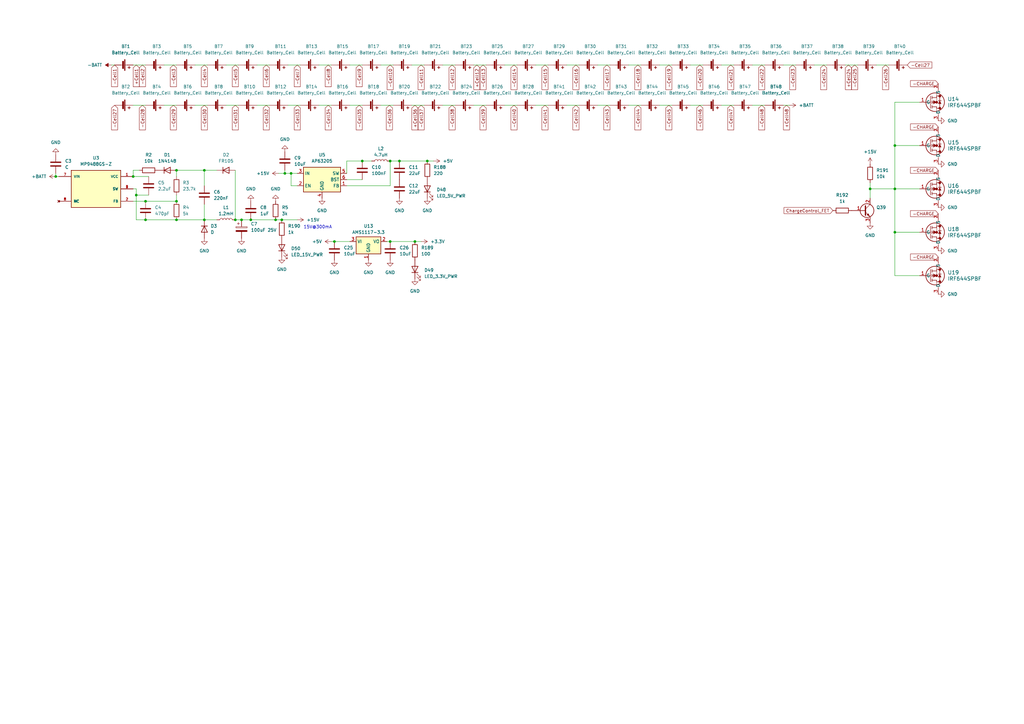
<source format=kicad_sch>
(kicad_sch (version 20230121) (generator eeschema)
  (paper "A3")
  (title_block (title "Power") (date "2023-08-20") (rev "1") (company "Dynamium"))
  (junction (at 59.69 82.55))
  (junction (at 102.87 90.17))
  (junction (at 119.38 71.12))
  (junction (at 137.16 99.06))
  (junction (at 160.02 66.04))
  (junction (at 163.83 66.04))
  (junction (at 115.57 90.17))
  (junction (at 367.03 95.25))
  (junction (at 113.03 90.17))
  (junction (at 96.52 90.17))
  (junction (at 54.61 72.39))
  (junction (at 83.82 90.17))
  (junction (at 148.59 66.04))
  (junction (at 367.03 59.69))
  (junction (at 72.39 90.17))
  (junction (at 55.88 80.01))
  (junction (at 367.03 77.47))
  (junction (at 99.06 90.17))
  (junction (at 59.69 90.17))
  (junction (at 72.39 82.55))
  (junction (at 170.18 99.06))
  (junction (at 22.86 72.39))
  (junction (at 72.39 69.85))
  (junction (at 116.84 71.12))
  (junction (at 83.82 69.85))
  (junction (at 175.26 66.04))
  (junction (at 356.87 77.47))
  (junction (at 160.02 99.06))
  (wire (pts (xy -158.75 229.87) (xy -158.75 233.68)))
  (wire (pts (xy 219.71 26.67) (xy 224.79 26.67)))
  (wire (pts (xy 83.82 76.2) (xy 83.82 69.85)))
  (wire (pts (xy -316.23 229.87) (xy -316.23 233.68)))
  (wire (pts (xy 175.26 66.04) (xy 163.83 66.04)))
  (wire (pts (xy 207.01 43.18) (xy 212.09 43.18)))
  (wire (pts (xy -158.75 246.38) (xy -158.75 247.65)))
  (wire (pts (xy -355.6 187.96) (xy -355.6 189.23)))
  (wire (pts (xy 67.31 43.18) (xy 72.39 43.18)))
  (wire (pts (xy -394.97 180.34) (xy -394.97 184.15)))
  (wire (pts (xy -198.12 255.27) (xy -198.12 259.08)))
  (wire (pts (xy -119.38 213.36) (xy -119.38 217.17)))
  (wire (pts (xy -119.38 220.98) (xy -119.38 222.25)))
  (wire (pts (xy 270.51 26.67) (xy 275.59 26.67)))
  (wire (pts (xy -119.38 196.85) (xy -119.38 200.66)))
  (wire (pts (xy 283.21 43.18) (xy 288.29 43.18)))
  (wire (pts (xy -237.49 213.36) (xy -237.49 217.17)))
  (wire (pts (xy 377.19 95.25) (xy 367.03 95.25)))
  (wire (pts (xy 130.81 43.18) (xy 135.89 43.18)))
  (wire (pts (xy 118.11 26.67) (xy 123.19 26.67)))
  (wire (pts (xy 60.96 80.01) (xy 55.88 80.01)))
  (wire (pts (xy -394.97 255.27) (xy -394.97 259.08)))
  (wire (pts (xy -237.49 187.96) (xy -237.49 189.23)))
  (wire (pts (xy 57.15 69.85) (xy 54.61 69.85)))
  (wire (pts (xy 54.61 77.47) (xy 55.88 77.47)))
  (wire (pts (xy -201.93 217.17) (xy -201.93 214.63)))
  (wire (pts (xy 83.82 69.85) (xy 72.39 69.85)))
  (wire (pts (xy -80.01 204.47) (xy -80.01 205.74)))
  (wire (pts (xy -276.86 196.85) (xy -276.86 200.66)))
  (wire (pts (xy 92.71 26.67) (xy 97.79 26.67)))
  (wire (pts (xy -201.93 259.08) (xy -201.93 256.54)))
  (wire (pts (xy -316.23 187.96) (xy -316.23 189.23)))
  (wire (pts (xy -355.6 255.27) (xy -355.6 259.08)))
  (wire (pts (xy 115.57 90.17) (xy 113.03 90.17)))
  (wire (pts (xy -158.75 204.47) (xy -158.75 205.74)))
  (wire (pts (xy 356.87 74.93) (xy 356.87 77.47)))
  (wire (pts (xy 105.41 43.18) (xy 110.49 43.18)))
  (wire (pts (xy -276.86 213.36) (xy -276.86 217.17)))
  (wire (pts (xy 308.61 43.18) (xy 313.69 43.18)))
  (wire (pts (xy 245.11 26.67) (xy 250.19 26.67)))
  (wire (pts (xy 72.39 69.85) (xy 72.39 72.39)))
  (wire (pts (xy -40.64 204.47) (xy -40.64 205.74)))
  (wire (pts (xy -158.75 213.36) (xy -158.75 217.17)))
  (wire (pts (xy 118.11 43.18) (xy 123.19 43.18)))
  (wire (pts (xy -162.56 217.17) (xy -162.56 214.63)))
  (wire (pts (xy -355.6 229.87) (xy -355.6 233.68)))
  (wire (pts (xy -123.19 233.68) (xy -123.19 231.14)))
  (wire (pts (xy 54.61 69.85) (xy 54.61 72.39)))
  (wire (pts (xy 168.91 43.18) (xy 173.99 43.18)))
  (wire (pts (xy -316.23 213.36) (xy -316.23 217.17)))
  (wire (pts (xy -359.41 259.08) (xy -359.41 256.54)))
  (wire (pts (xy -80.01 187.96) (xy -80.01 189.23)))
  (wire (pts (xy -201.93 233.68) (xy -201.93 231.14)))
  (wire (pts (xy 83.82 90.17) (xy 72.39 90.17)))
  (wire (pts (xy 121.92 76.2) (xy 119.38 76.2)))
  (wire (pts (xy -280.67 200.66) (xy -280.67 198.12)))
  (wire (pts (xy -316.23 255.27) (xy -316.23 259.08)))
  (wire (pts (xy 55.88 90.17) (xy 59.69 90.17)))
  (wire (pts (xy -237.49 220.98) (xy -237.49 222.25)))
  (wire (pts (xy 24.13 72.39) (xy 22.86 72.39)))
  (wire (pts (xy 377.19 113.03) (xy 367.03 113.03)))
  (wire (pts (xy 308.61 26.67) (xy 313.69 26.67)))
  (wire (pts (xy -241.3 233.68) (xy -241.3 231.14)))
  (wire (pts (xy -119.38 204.47) (xy -119.38 205.74)))
  (wire (pts (xy -398.78 259.08) (xy -398.78 256.54)))
  (wire (pts (xy 367.03 59.69) (xy 377.19 59.69)))
  (wire (pts (xy 83.82 90.17) (xy 88.9 90.17)))
  (wire (pts (xy 116.84 71.12) (xy 119.38 71.12)))
  (wire (pts (xy -394.97 187.96) (xy -394.97 189.23)))
  (wire (pts (xy -119.38 187.96) (xy -119.38 189.23)))
  (wire (pts (xy 83.82 83.82) (xy 83.82 90.17)))
  (wire (pts (xy -162.56 200.66) (xy -162.56 198.12)))
  (wire (pts (xy 121.92 90.17) (xy 115.57 90.17)))
  (wire (pts (xy 334.01 26.67) (xy 339.09 26.67)))
  (wire (pts (xy 257.81 26.67) (xy 262.89 26.67)))
  (wire (pts (xy 119.38 76.2) (xy 119.38 71.12)))
  (wire (pts (xy -320.04 200.66) (xy -320.04 198.12)))
  (wire (pts (xy -119.38 229.87) (xy -119.38 233.68)))
  (wire (pts (xy -320.04 233.68) (xy -320.04 231.14)))
  (wire (pts (xy 135.89 99.06) (xy 137.16 99.06)))
  (wire (pts (xy 321.31 43.18) (xy 323.85 43.18)))
  (wire (pts (xy -80.01 229.87) (xy -80.01 233.68)))
  (wire (pts (xy 54.61 26.67) (xy 59.69 26.67)))
  (wire (pts (xy 367.03 77.47) (xy 377.19 77.47)))
  (wire (pts (xy 142.24 71.12) (xy 142.24 66.04)))
  (wire (pts (xy -394.97 220.98) (xy -394.97 222.25)))
  (wire (pts (xy 194.31 43.18) (xy 199.39 43.18)))
  (wire (pts (xy -276.86 187.96) (xy -276.86 189.23)))
  (wire (pts (xy -394.97 229.87) (xy -394.97 233.68)))
  (wire (pts (xy -162.56 233.68) (xy -162.56 231.14)))
  (wire (pts (xy -398.78 200.66) (xy -398.78 198.12)))
  (wire (pts (xy -83.82 217.17) (xy -83.82 214.63)))
  (wire (pts (xy -237.49 229.87) (xy -237.49 233.68)))
  (wire (pts (xy 148.59 66.04) (xy 152.4 66.04)))
  (wire (pts (xy -355.6 213.36) (xy -355.6 217.17)))
  (wire (pts (xy -359.41 233.68) (xy -359.41 231.14)))
  (wire (pts (xy 245.11 43.18) (xy 250.19 43.18)))
  (wire (pts (xy 54.61 72.39) (xy 60.96 72.39)))
  (wire (pts (xy 160.02 76.2) (xy 160.02 66.04)))
  (wire (pts (xy 114.3 71.12) (xy 116.84 71.12)))
  (wire (pts (xy -123.19 217.17) (xy -123.19 214.63)))
  (wire (pts (xy -40.64 229.87) (xy -40.64 233.68)))
  (wire (pts (xy -241.3 200.66) (xy -241.3 198.12)))
  (wire (pts (xy 194.31 26.67) (xy 199.39 26.67)))
  (wire (pts (xy 55.88 80.01) (xy 55.88 90.17)))
  (wire (pts (xy -44.45 233.68) (xy -44.45 231.14)))
  (wire (pts (xy 232.41 26.67) (xy 237.49 26.67)))
  (wire (pts (xy 367.03 77.47) (xy 356.87 77.47)))
  (wire (pts (xy 367.03 59.69) (xy 367.03 77.47)))
  (wire (pts (xy -320.04 259.08) (xy -320.04 256.54)))
  (wire (pts (xy -123.19 200.66) (xy -123.19 198.12)))
  (wire (pts (xy 59.69 90.17) (xy 72.39 90.17)))
  (wire (pts (xy -276.86 204.47) (xy -276.86 205.74)))
  (wire (pts (xy 160.02 99.06) (xy 170.18 99.06)))
  (wire (pts (xy 130.81 26.67) (xy 135.89 26.67)))
  (wire (pts (xy 295.91 26.67) (xy 300.99 26.67)))
  (wire (pts (xy -40.64 187.96) (xy -40.64 189.23)))
  (wire (pts (xy -44.45 217.17) (xy -44.45 214.63)))
  (wire (pts (xy 142.24 73.66) (xy 148.59 73.66)))
  (wire (pts (xy -280.67 259.08) (xy -280.67 256.54)))
  (wire (pts (xy -241.3 259.08) (xy -241.3 256.54)))
  (wire (pts (xy 207.01 26.67) (xy 212.09 26.67)))
  (wire (pts (xy -359.41 217.17) (xy -359.41 214.63)))
  (wire (pts (xy 257.81 43.18) (xy 262.89 43.18)))
  (wire (pts (xy -80.01 220.98) (xy -80.01 222.25)))
  (wire (pts (xy 96.52 90.17) (xy 99.06 90.17)))
  (wire (pts (xy 181.61 26.67) (xy 186.69 26.67)))
  (wire (pts (xy -355.6 196.85) (xy -355.6 200.66)))
  (wire (pts (xy -398.78 184.15) (xy -398.78 181.61)))
  (wire (pts (xy 156.21 26.67) (xy 161.29 26.67)))
  (wire (pts (xy 55.88 77.47) (xy 55.88 80.01)))
  (wire (pts (xy -237.49 246.38) (xy -237.49 247.65)))
  (wire (pts (xy 359.41 26.67) (xy 364.49 26.67)))
  (wire (pts (xy 377.19 41.91) (xy 367.03 41.91)))
  (wire (pts (xy -198.12 229.87) (xy -198.12 233.68)))
  (wire (pts (xy -198.12 196.85) (xy -198.12 200.66)))
  (wire (pts (xy 181.61 43.18) (xy 186.69 43.18)))
  (wire (pts (xy 102.87 90.17) (xy 113.03 90.17)))
  (wire (pts (xy -237.49 255.27) (xy -237.49 259.08)))
  (wire (pts (xy 156.21 43.18) (xy 161.29 43.18)))
  (wire (pts (xy -394.97 196.85) (xy -394.97 200.66)))
  (wire (pts (xy -316.23 204.47) (xy -316.23 205.74)))
  (wire (pts (xy -40.64 220.98) (xy -40.64 222.25)))
  (wire (pts (xy 116.84 69.85) (xy 116.84 71.12)))
  (wire (pts (xy -158.75 187.96) (xy -158.75 189.23)))
  (wire (pts (xy -316.23 196.85) (xy -316.23 200.66)))
  (wire (pts (xy 219.71 43.18) (xy 224.79 43.18)))
  (wire (pts (xy -276.86 220.98) (xy -276.86 222.25)))
  (wire (pts (xy -198.12 246.38) (xy -198.12 247.65)))
  (wire (pts (xy -398.78 233.68) (xy -398.78 231.14)))
  (wire (pts (xy 168.91 26.67) (xy 173.99 26.67)))
  (wire (pts (xy 321.31 26.67) (xy 326.39 26.67)))
  (wire (pts (xy -359.41 200.66) (xy -359.41 198.12)))
  (wire (pts (xy -40.64 213.36) (xy -40.64 217.17)))
  (wire (pts (xy -355.6 246.38) (xy -355.6 247.65)))
  (wire (pts (xy 119.38 71.12) (xy 121.92 71.12)))
  (wire (pts (xy -394.97 171.45) (xy -394.97 172.72)))
  (wire (pts (xy -44.45 200.66) (xy -44.45 198.12)))
  (wire (pts (xy 295.91 43.18) (xy 300.99 43.18)))
  (wire (pts (xy 177.8 66.04) (xy 175.26 66.04)))
  (wire (pts (xy 143.51 26.67) (xy 148.59 26.67)))
  (wire (pts (xy 54.61 82.55) (xy 59.69 82.55)))
  (wire (pts (xy -83.82 233.68) (xy -83.82 231.14)))
  (wire (pts (xy -237.49 204.47) (xy -237.49 205.74)))
  (wire (pts (xy 80.01 43.18) (xy 85.09 43.18)))
  (wire (pts (xy 356.87 77.47) (xy 356.87 81.28)))
  (wire (pts (xy 80.01 26.67) (xy 85.09 26.67)))
  (wire (pts (xy 67.31 26.67) (xy 72.39 26.67)))
  (wire (pts (xy -198.12 204.47) (xy -198.12 205.74)))
  (wire (pts (xy 160.02 66.04) (xy 163.83 66.04)))
  (wire (pts (xy 83.82 69.85) (xy 88.9 69.85)))
  (wire (pts (xy -398.78 217.17) (xy -398.78 214.63)))
  (wire (pts (xy 158.75 99.06) (xy 160.02 99.06)))
  (wire (pts (xy 346.71 26.67) (xy 351.79 26.67)))
  (wire (pts (xy 137.16 99.06) (xy 143.51 99.06)))
  (wire (pts (xy -40.64 196.85) (xy -40.64 200.66)))
  (wire (pts (xy 367.03 95.25) (xy 367.03 77.47)))
  (wire (pts (xy 46.99 26.67) (xy 45.72 26.67)))
  (wire (pts (xy -280.67 233.68) (xy -280.67 231.14)))
  (wire (pts (xy -198.12 220.98) (xy -198.12 222.25)))
  (wire (pts (xy -355.6 204.47) (xy -355.6 205.74)))
  (wire (pts (xy -158.75 220.98) (xy -158.75 222.25)))
  (wire (pts (xy -394.97 246.38) (xy -394.97 247.65)))
  (wire (pts (xy 170.18 99.06) (xy 172.72 99.06)))
  (wire (pts (xy 142.24 66.04) (xy 148.59 66.04)))
  (wire (pts (xy 105.41 26.67) (xy 110.49 26.67)))
  (wire (pts (xy 92.71 43.18) (xy 97.79 43.18)))
  (wire (pts (xy -394.97 204.47) (xy -394.97 205.74)))
  (wire (pts (xy -237.49 196.85) (xy -237.49 200.66)))
  (wire (pts (xy -276.86 246.38) (xy -276.86 247.65)))
  (wire (pts (xy 22.86 71.12) (xy 22.86 72.39)))
  (wire (pts (xy 96.52 69.85) (xy 96.52 90.17)))
  (wire (pts (xy -198.12 213.36) (xy -198.12 217.17)))
  (wire (pts (xy 367.03 113.03) (xy 367.03 95.25)))
  (wire (pts (xy 59.69 82.55) (xy 72.39 82.55)))
  (wire (pts (xy 270.51 43.18) (xy 275.59 43.18)))
  (wire (pts (xy -320.04 217.17) (xy -320.04 214.63)))
  (wire (pts (xy 143.51 43.18) (xy 148.59 43.18)))
  (wire (pts (xy 283.21 26.67) (xy 288.29 26.67)))
  (wire (pts (xy 54.61 43.18) (xy 59.69 43.18)))
  (wire (pts (xy -83.82 200.66) (xy -83.82 198.12)))
  (wire (pts (xy -162.56 259.08) (xy -162.56 256.54)))
  (wire (pts (xy -80.01 213.36) (xy -80.01 217.17)))
  (wire (pts (xy 72.39 80.01) (xy 72.39 82.55)))
  (wire (pts (xy -201.93 200.66) (xy -201.93 198.12)))
  (wire (pts (xy 99.06 90.17) (xy 102.87 90.17)))
  (wire (pts (xy 142.24 76.2) (xy 160.02 76.2)))
  (wire (pts (xy -198.12 187.96) (xy -198.12 189.23)))
  (wire (pts (xy -80.01 196.85) (xy -80.01 200.66)))
  (wire (pts (xy -158.75 255.27) (xy -158.75 259.08)))
  (wire (pts (xy -316.23 246.38) (xy -316.23 247.65)))
  (wire (pts (xy -241.3 217.17) (xy -241.3 214.63)))
  (wire (pts (xy -316.23 220.98) (xy -316.23 222.25)))
  (wire (pts (xy -280.67 217.17) (xy -280.67 214.63)))
  (wire (pts (xy -276.86 229.87) (xy -276.86 233.68)))
  (wire (pts (xy 367.03 41.91) (xy 367.03 59.69)))
  (wire (pts (xy -394.97 213.36) (xy -394.97 217.17)))
  (wire (pts (xy -355.6 220.98) (xy -355.6 222.25)))
  (wire (pts (xy -276.86 255.27) (xy -276.86 259.08)))
  (wire (pts (xy 232.41 43.18) (xy 237.49 43.18)))
  (wire (pts (xy -158.75 196.85) (xy -158.75 200.66)))
  (text "15V@300mA\n" (at 124.46 93.98 0) (effects (font (size 1.27 1.27)) (justify left bottom)))
  (global_label "+Cell7" (shape input) (at -198.12 187.96 0) (property "Intersheetrefs" "${INTERSHEET_REFS}" (effects hide)))
  (global_label "-Cell17" (shape input) (at -241.3 204.47 180) (property "Intersheetrefs" "${INTERSHEET_REFS}" (effects hide)))
  (global_label "-Cell17" (shape input) (at 248.92 26.67 270) (property "Intersheetrefs" "${INTERSHEET_REFS}" (effects hide)))
  (global_label "+Cell24" (shape input) (at 347.98 26.67 270) (property "Intersheetrefs" "${INTERSHEET_REFS}" (effects hide)))
  (global_label "+Cell23" (shape input) (at -394.97 220.98 0) (property "Intersheetrefs" "${INTERSHEET_REFS}" (effects hide)))
  (global_label "-Cell7" (shape input) (at -201.93 187.96 180) (property "Intersheetrefs" "${INTERSHEET_REFS}" (effects hide)))
  (global_label "+Cell5" (shape input) (at -316.23 200.66 0) (property "Intersheetrefs" "${INTERSHEET_REFS}" (effects hide)))
  (global_label "+Cell9" (shape input) (at -158.75 200.66 0) (property "Intersheetrefs" "${INTERSHEET_REFS}" (effects hide)))
  (global_label "+Cell38" (shape input) (at -198.12 246.38 0) (property "Intersheetrefs" "${INTERSHEET_REFS}" (effects hide)))
  (global_label "+Cell16" (shape input) (at -316.23 217.17 0) (property "Intersheetrefs" "${INTERSHEET_REFS}" (effects hide)))
  (global_label "Equalize_Cell39_40" (shape input) (at -170.18 251.46 180) (property "Intersheetrefs" "${INTERSHEET_REFS}" (effects hide)))
  (global_label "+Cell36" (shape input) (at 170.18 43.18 270) (property "Intersheetrefs" "${INTERSHEET_REFS}" (effects hide)))
  (global_label "+Cell13" (shape input) (at -394.97 204.47 0) (property "Intersheetrefs" "${INTERSHEET_REFS}" (effects hide)))
  (global_label "Equalize_Cell9_10" (shape input) (at -130.81 193.04 180) (property "Intersheetrefs" "${INTERSHEET_REFS}" (effects hide)))
  (global_label "-Cell27" (shape input) (at 372.11 26.67 0) (property "Intersheetrefs" "${INTERSHEET_REFS}" (effects hide)))
  (global_label "-Cell14" (shape input) (at -359.41 204.47 180) (property "Intersheetrefs" "${INTERSHEET_REFS}" (effects hide)))
  (global_label "+Cell19" (shape input) (at -158.75 204.47 0) (property "Intersheetrefs" "${INTERSHEET_REFS}" (effects hide)))
  (global_label "+Cell11" (shape input) (at -40.64 187.96 0) (property "Intersheetrefs" "${INTERSHEET_REFS}" (effects hide)))
  (global_label "Equalize_Cell35_36" (shape input) (at -327.66 251.46 180) (property "Intersheetrefs" "${INTERSHEET_REFS}" (effects hide)))
  (global_label "-Cell6" (shape input) (at 109.22 26.67 270) (property "Intersheetrefs" "${INTERSHEET_REFS}" (effects hide)))
  (global_label "Equalize_Cell1_2" (shape input) (at -406.4 176.53 180) (property "Intersheetrefs" "${INTERSHEET_REFS}" (effects hide)))
  (global_label "-Cell13" (shape input) (at 198.12 26.67 270) (property "Intersheetrefs" "${INTERSHEET_REFS}" (effects hide)))
  (global_label "Equalize_Cell25_26" (shape input) (at -327.66 226.06 180) (property "Intersheetrefs" "${INTERSHEET_REFS}" (effects hide)))
  (global_label "+Cell26" (shape input) (at -316.23 233.68 0) (property "Intersheetrefs" "${INTERSHEET_REFS}" (effects hide)))
  (global_label "-Cell18" (shape input) (at -241.3 217.17 180) (property "Intersheetrefs" "${INTERSHEET_REFS}" (effects hide)))
  (global_label "-Cell20" (shape input) (at -123.19 204.47 180) (property "Intersheetrefs" "${INTERSHEET_REFS}" (effects hide)))
  (global_label "-Cell8" (shape input) (at -201.93 200.66 180) (property "Intersheetrefs" "${INTERSHEET_REFS}" (effects hide)))
  (global_label "+Cell12" (shape input) (at -40.64 200.66 0) (property "Intersheetrefs" "${INTERSHEET_REFS}" (effects hide)))
  (global_label "-Cell31" (shape input) (at -83.82 220.98 180) (property "Intersheetrefs" "${INTERSHEET_REFS}" (effects hide)))
  (global_label "-Cell18" (shape input) (at -201.93 204.47 180) (property "Intersheetrefs" "${INTERSHEET_REFS}" (effects hide)))
  (global_label "Equalize_Cell23_24" (shape input) (at -406.4 226.06 180) (property "Intersheetrefs" "${INTERSHEET_REFS}" (effects hide)))
  (global_label "-Cell42" (shape input) (at 236.22 43.18 270) (property "Intersheetrefs" "${INTERSHEET_REFS}" (effects hide)))
  (global_label "Equalize_Cell31_32" (shape input) (at -91.44 226.06 180) (property "Intersheetrefs" "${INTERSHEET_REFS}" (effects hide)))
  (global_label "-Cell30" (shape input) (at 83.82 43.18 270) (property "Intersheetrefs" "${INTERSHEET_REFS}" (effects hide)))
  (global_label "+Cell11" (shape input) (at -80.01 200.66 0) (property "Intersheetrefs" "${INTERSHEET_REFS}" (effects hide)))
  (global_label "+Cell30" (shape input) (at -158.75 233.68 0) (property "Intersheetrefs" "${INTERSHEET_REFS}" (effects hide)))
  (global_label "+Cell9" (shape input) (at -119.38 187.96 0) (property "Intersheetrefs" "${INTERSHEET_REFS}" (effects hide)))
  (global_label "+Cell48" (shape input) (at 322.58 43.18 270) (property "Intersheetrefs" "${INTERSHEET_REFS}" (effects hide)))
  (global_label "-Cell4" (shape input) (at 83.82 26.67 270) (property "Intersheetrefs" "${INTERSHEET_REFS}" (effects hide)))
  (global_label "+Cell22" (shape input) (at -40.64 204.47 0) (property "Intersheetrefs" "${INTERSHEET_REFS}" (effects hide)))
  (global_label "-Cell27" (shape input) (at 46.99 43.18 270) (property "Intersheetrefs" "${INTERSHEET_REFS}" (effects hide)))
  (global_label "-Cell19" (shape input) (at -201.93 217.17 180) (property "Intersheetrefs" "${INTERSHEET_REFS}" (effects hide)))
  (global_label "+Cell28" (shape input) (at -198.12 220.98 0) (property "Intersheetrefs" "${INTERSHEET_REFS}" (effects hide)))
  (global_label "+Cell16" (shape input) (at -276.86 204.47 0) (property "Intersheetrefs" "${INTERSHEET_REFS}" (effects hide)))
  (global_label "-Cell26" (shape input) (at 363.22 26.67 270) (property "Intersheetrefs" "${INTERSHEET_REFS}" (effects hide)))
  (global_label "+Cell37" (shape input) (at -237.49 246.38 0) (property "Intersheetrefs" "${INTERSHEET_REFS}" (effects hide)))
  (global_label "-Cell3" (shape input) (at 71.12 26.67 270) (property "Intersheetrefs" "${INTERSHEET_REFS}" (effects hide)))
  (global_label "+Cell40" (shape input) (at -158.75 259.08 0) (property "Intersheetrefs" "${INTERSHEET_REFS}" (effects hide)))
  (global_label "+Cell21" (shape input) (at -80.01 204.47 0) (property "Intersheetrefs" "${INTERSHEET_REFS}" (effects hide)))
  (global_label "-Cell23" (shape input) (at 325.12 26.67 270) (property "Intersheetrefs" "${INTERSHEET_REFS}" (effects hide)))
  (global_label "-Cell35" (shape input) (at -320.04 246.38 180) (property "Intersheetrefs" "${INTERSHEET_REFS}" (effects hide)))
  (global_label "+Cell32" (shape input) (at -80.01 233.68 0) (property "Intersheetrefs" "${INTERSHEET_REFS}" (effects hide)))
  (global_label "-Cell16" (shape input) (at -280.67 204.47 180) (property "Intersheetrefs" "${INTERSHEET_REFS}" (effects hide)))
  (global_label "-Cell11" (shape input) (at 172.72 26.67 270) (property "Intersheetrefs" "${INTERSHEET_REFS}" (effects hide)))
  (global_label "-Cell38" (shape input) (at -201.93 246.38 180) (property "Intersheetrefs" "${INTERSHEET_REFS}" (effects hide)))
  (global_label "Equalize_Cell11_12" (shape input) (at -52.07 193.04 180) (property "Intersheetrefs" "${INTERSHEET_REFS}" (effects hide)))
  (global_label "-Cell4" (shape input) (at -320.04 187.96 180) (property "Intersheetrefs" "${INTERSHEET_REFS}" (effects hide)))
  (global_label "+Cell30" (shape input) (at -119.38 220.98 0) (property "Intersheetrefs" "${INTERSHEET_REFS}" (effects hide)))
  (global_label "-Cell11" (shape input) (at -83.82 200.66 180) (property "Intersheetrefs" "${INTERSHEET_REFS}" (effects hide)))
  (global_label "-Cell25" (shape input) (at -320.04 220.98 180) (property "Intersheetrefs" "${INTERSHEET_REFS}" (effects hide)))
  (global_label "-Cell37" (shape input) (at -280.67 259.08 180) (property "Intersheetrefs" "${INTERSHEET_REFS}" (effects hide)))
  (global_label "+Cell33" (shape input) (at -40.64 233.68 0) (property "Intersheetrefs" "${INTERSHEET_REFS}" (effects hide)))
  (global_label "-Cell29" (shape input) (at 71.12 43.18 270) (property "Intersheetrefs" "${INTERSHEET_REFS}" (effects hide)))
  (global_label "+Cell14" (shape input) (at -355.6 204.47 0) (property "Intersheetrefs" "${INTERSHEET_REFS}" (effects hide)))
  (global_label "-Cell9" (shape input) (at 147.32 26.67 270) (property "Intersheetrefs" "${INTERSHEET_REFS}" (effects hide)))
  (global_label "+Cell17" (shape input) (at -276.86 217.17 0) (property "Intersheetrefs" "${INTERSHEET_REFS}" (effects hide)))
  (global_label "+Cell39" (shape input) (at -158.75 246.38 0) (property "Intersheetrefs" "${INTERSHEET_REFS}" (effects hide)))
  (global_label "+Cell38" (shape input) (at -237.49 259.08 0) (property "Intersheetrefs" "${INTERSHEET_REFS}" (effects hide)))
  (global_label "-CHARGE" (shape input) (at 384.81 87.63 180) (property "Intersheetrefs" "${INTERSHEET_REFS}" (effects hide)))
  (global_label "Equalize_Cell19_20" (shape input) (at -170.18 209.55 180) (property "Intersheetrefs" "${INTERSHEET_REFS}" (effects hide)))
  (global_label "-Cell46" (shape input) (at 287.02 43.18 270) (property "Intersheetrefs" "${INTERSHEET_REFS}" (effects hide)))
  (global_label "-Cell43" (shape input) (at 248.92 43.18 270) (property "Intersheetrefs" "${INTERSHEET_REFS}" (effects hide)))
  (global_label "-Cell22" (shape input) (at 312.42 26.67 270) (property "Intersheetrefs" "${INTERSHEET_REFS}" (effects hide)))
  (global_label "+Cell12" (shape input) (at 195.58 26.67 270) (property "Intersheetrefs" "${INTERSHEET_REFS}" (effects hide)))
  (global_label "-Cell20" (shape input) (at 287.02 26.67 270) (property "Intersheetrefs" "${INTERSHEET_REFS}" (effects hide)))
  (global_label "-Cell20" (shape input) (at -162.56 217.17 180) (property "Intersheetrefs" "${INTERSHEET_REFS}" (effects hide)))
  (global_label "+Cell29" (shape input) (at -198.12 233.68 0) (property "Intersheetrefs" "${INTERSHEET_REFS}" (effects hide)))
  (global_label "-Cell23" (shape input) (at -398.78 220.98 180) (property "Intersheetrefs" "${INTERSHEET_REFS}" (effects hide)))
  (global_label "-Cell36" (shape input) (at -320.04 259.08 180) (property "Intersheetrefs" "${INTERSHEET_REFS}" (effects hide)))
  (global_label "-Cell3" (shape input) (at -359.41 187.96 180) (property "Intersheetrefs" "${INTERSHEET_REFS}" (effects hide)))
  (global_label "Equalize_Cell32_33" (shape input) (at -52.07 226.06 180) (property "Intersheetrefs" "${INTERSHEET_REFS}" (effects hide)))
  (global_label "+Cell3" (shape input) (at -394.97 200.66 0) (property "Intersheetrefs" "${INTERSHEET_REFS}" (effects hide)))
  (global_label "-Cell30" (shape input) (at -162.56 233.68 180) (property "Intersheetrefs" "${INTERSHEET_REFS}" (effects hide)))
  (global_label "-Cell21" (shape input) (at 299.72 26.67 270) (property "Intersheetrefs" "${INTERSHEET_REFS}" (effects hide)))
  (global_label "-Cell14" (shape input) (at 210.82 26.67 270) (property "Intersheetrefs" "${INTERSHEET_REFS}" (effects hide)))
  (global_label "-Cell19" (shape input) (at 274.32 26.67 270) (property "Intersheetrefs" "${INTERSHEET_REFS}" (effects hide)))
  (global_label "-Cell29" (shape input) (at -201.93 233.68 180) (property "Intersheetrefs" "${INTERSHEET_REFS}" (effects hide)))
  (global_label "+Cell1" (shape input) (at 55.88 26.67 270) (property "Intersheetrefs" "${INTERSHEET_REFS}" (effects hide)))
  (global_label "-Cell1" (shape input) (at 46.99 26.67 270) (property "Intersheetrefs" "${INTERSHEET_REFS}" (effects hide)))
  (global_label "+Cell31" (shape input) (at -80.01 220.98 0) (property "Intersheetrefs" "${INTERSHEET_REFS}" (effects hide)))
  (global_label "-Cell24" (shape input) (at 337.82 26.67 270) (property "Intersheetrefs" "${INTERSHEET_REFS}" (effects hide)))
  (global_label "+Cell25" (shape input) (at -316.23 220.98 0) (property "Intersheetrefs" "${INTERSHEET_REFS}" (effects hide)))
  (global_label "-Cell40" (shape input) (at 210.82 43.18 270) (property "Intersheetrefs" "${INTERSHEET_REFS}" (effects hide)))
  (global_label "-Cell44" (shape input) (at 261.62 43.18 270) (property "Intersheetrefs" "${INTERSHEET_REFS}" (effects hide)))
  (global_label "+Cell25" (shape input) (at -355.6 233.68 0) (property "Intersheetrefs" "${INTERSHEET_REFS}" (effects hide)))
  (global_label "-Cell28" (shape input) (at -241.3 233.68 180) (property "Intersheetrefs" "${INTERSHEET_REFS}" (effects hide)))
  (global_label "-Cell34" (shape input) (at -359.41 246.38 180) (property "Intersheetrefs" "${INTERSHEET_REFS}" (effects hide)))
  (global_label "-Cell25" (shape input) (at 350.52 26.67 270) (property "Intersheetrefs" "${INTERSHEET_REFS}" (effects hide)))
  (global_label "-Cell19" (shape input) (at -162.56 204.47 180) (property "Intersheetrefs" "${INTERSHEET_REFS}" (effects hide)))
  (global_label "-Cell39" (shape input) (at 198.12 43.18 270) (property "Intersheetrefs" "${INTERSHEET_REFS}" (effects hide)))
  (global_label "+Cell18" (shape input) (at -198.12 204.47 0) (property "Intersheetrefs" "${INTERSHEET_REFS}" (effects hide)))
  (global_label "Equalize_Cell2_3" (shape input) (at -406.4 193.04 180) (property "Intersheetrefs" "${INTERSHEET_REFS}" (effects hide)))
  (global_label "+Cell8" (shape input) (at -198.12 200.66 0) (property "Intersheetrefs" "${INTERSHEET_REFS}" (effects hide)))
  (global_label "-Cell36" (shape input) (at -280.67 246.38 180) (property "Intersheetrefs" "${INTERSHEET_REFS}" (effects hide)))
  (global_label "Equalize_Cell22_23" (shape input) (at -52.07 209.55 180) (property "Intersheetrefs" "${INTERSHEET_REFS}" (effects hide)))
  (global_label "-Cell12" (shape input) (at 185.42 26.67 270) (property "Intersheetrefs" "${INTERSHEET_REFS}" (effects hide)))
  (global_label "+Cell20" (shape input) (at -119.38 204.47 0) (property "Intersheetrefs" "${INTERSHEET_REFS}" (effects hide)))
  (global_label "-Cell25" (shape input) (at -359.41 233.68 180) (property "Intersheetrefs" "${INTERSHEET_REFS}" (effects hide)))
  (global_label "+Cell36" (shape input) (at -276.86 246.38 0) (property "Intersheetrefs" "${INTERSHEET_REFS}" (effects hide)))
  (global_label "-Cell1" (shape input) (at -398.78 171.45 180) (property "Intersheetrefs" "${INTERSHEET_REFS}" (effects hide)))
  (global_label "+Cell2" (shape input) (at -394.97 187.96 0) (property "Intersheetrefs" "${INTERSHEET_REFS}" (effects hide)))
  (global_label "-Cell35" (shape input) (at -359.41 259.08 180) (property "Intersheetrefs" "${INTERSHEET_REFS}" (effects hide)))
  (global_label "Equalize_Cell18_19" (shape input) (at -209.55 209.55 180) (property "Intersheetrefs" "${INTERSHEET_REFS}" (effects hide)))
  (global_label "-Cell21" (shape input) (at -83.82 204.47 180) (property "Intersheetrefs" "${INTERSHEET_REFS}" (effects hide)))
  (global_label "-Cell31" (shape input) (at -123.19 233.68 180) (property "Intersheetrefs" "${INTERSHEET_REFS}" (effects hide)))
  (global_label "-Cell36" (shape input) (at 159.7177 43.18 270) (property "Intersheetrefs" "${INTERSHEET_REFS}" (effects hide)))
  (global_label "+Cell20" (shape input) (at -158.75 217.17 0) (property "Intersheetrefs" "${INTERSHEET_REFS}" (effects hide)))
  (global_label "-Cell13" (shape input) (at -398.78 204.47 180) (property "Intersheetrefs" "${INTERSHEET_REFS}" (effects hide)))
  (global_label "-Cell10" (shape input) (at -83.82 187.96 180) (property "Intersheetrefs" "${INTERSHEET_REFS}" (effects hide)))
  (global_label "-Cell10" (shape input) (at -123.19 200.66 180) (property "Intersheetrefs" "${INTERSHEET_REFS}" (effects hide)))
  (global_label "-Cell30" (shape input) (at -123.19 220.98 180) (property "Intersheetrefs" "${INTERSHEET_REFS}" (effects hide)))
  (global_label "Equalize_Cell17_18" (shape input) (at -248.92 209.55 180) (property "Intersheetrefs" "${INTERSHEET_REFS}" (effects hide)))
  (global_label "+Cell34" (shape input) (at -355.6 246.38 0) (property "Intersheetrefs" "${INTERSHEET_REFS}" (effects hide)))
  (global_label "+Cell15" (shape input) (at -355.6 217.17 0) (property "Intersheetrefs" "${INTERSHEET_REFS}" (effects hide)))
  (global_label "-Cell5" (shape input) (at -320.04 200.66 180) (property "Intersheetrefs" "${INTERSHEET_REFS}" (effects hide)))
  (global_label "-Cell41" (shape input) (at 223.52 43.18 270) (property "Intersheetrefs" "${INTERSHEET_REFS}" (effects hide)))
  (global_label "-Cell26" (shape input) (at -280.67 220.98 180) (property "Intersheetrefs" "${INTERSHEET_REFS}" (effects hide)))
  (global_label "Equalize_Cell27_28" (shape input) (at -248.92 226.06 180) (property "Intersheetrefs" "${INTERSHEET_REFS}" (effects hide)))
  (global_label "Equalize_Cell4_5" (shape input) (at -327.66 193.04 180) (property "Intersheetrefs" "${INTERSHEET_REFS}" (effects hide)))
  (global_label "-Cell28" (shape input) (at 58.42 43.18 270) (property "Intersheetrefs" "${INTERSHEET_REFS}" (effects hide)))
  (global_label "Equalize_Cell36_37" (shape input) (at -288.29 251.46 180) (property "Intersheetrefs" "${INTERSHEET_REFS}" (effects hide)))
  (global_label "-Cell33" (shape input) (at -44.45 233.68 180) (property "Intersheetrefs" "${INTERSHEET_REFS}" (effects hide)))
  (global_label "Equalize_Cell30_31" (shape input) (at -130.81 226.06 180) (property "Intersheetrefs" "${INTERSHEET_REFS}" (effects hide)))
  (global_label "-Cell22" (shape input) (at -44.45 204.47 180) (property "Intersheetrefs" "${INTERSHEET_REFS}" (effects hide)))
  (global_label "-Cell15" (shape input) (at -320.04 204.47 180) (property "Intersheetrefs" "${INTERSHEET_REFS}" (effects hide)))
  (global_label "+Cell24" (shape input) (at -355.6 220.98 0) (property "Intersheetrefs" "${INTERSHEET_REFS}" (effects hide)))
  (global_label "Equalize_Cell13_14" (shape input) (at -406.4 209.55 180) (property "Intersheetrefs" "${INTERSHEET_REFS}" (effects hide)))
  (global_label "Equalize_Cell26_27" (shape input) (at -288.29 226.06 180) (property "Intersheetrefs" "${INTERSHEET_REFS}" (effects hide)))
  (global_label "+Cell14" (shape input) (at -394.97 217.17 0) (property "Intersheetrefs" "${INTERSHEET_REFS}" (effects hide)))
  (global_label "-Cell27" (shape input) (at -280.67 233.68 180) (property "Intersheetrefs" "${INTERSHEET_REFS}" (effects hide)))
  (global_label "-Cell15" (shape input) (at -359.41 217.17 180) (property "Intersheetrefs" "${INTERSHEET_REFS}" (effects hide)))
  (global_label "+Cell35" (shape input) (at -355.6 259.08 0) (property "Intersheetrefs" "${INTERSHEET_REFS}" (effects hide)))
  (global_label "-Cell11" (shape input) (at -44.45 187.96 180) (property "Intersheetrefs" "${INTERSHEET_REFS}" (effects hide)))
  (global_label "-Cell39" (shape input) (at -201.93 259.08 180) (property "Intersheetrefs" "${INTERSHEET_REFS}" (effects hide)))
  (global_label "+Cell10" (shape input) (at -119.38 200.66 0) (property "Intersheetrefs" "${INTERSHEET_REFS}" (effects hide)))
  (global_label "Equalize_Cell7_8" (shape input) (at -209.55 193.04 180) (property "Intersheetrefs" "${INTERSHEET_REFS}" (effects hide)))
  (global_label "Equalize_Cell24_25" (shape input) (at -367.03 226.06 180) (property "Intersheetrefs" "${INTERSHEET_REFS}" (effects hide)))
  (global_label "-Cell37" (shape input) (at 172.72 43.18 270) (property "Intersheetrefs" "${INTERSHEET_REFS}" (effects hide)))
  (global_label "+Cell29" (shape input) (at -158.75 220.98 0) (property "Intersheetrefs" "${INTERSHEET_REFS}" (effects hide)))
  (global_label "-Cell16" (shape input) (at 236.22 26.67 270) (property "Intersheetrefs" "${INTERSHEET_REFS}" (effects hide)))
  (global_label "+Cell28" (shape input) (at -237.49 233.68 0) (property "Intersheetrefs" "${INTERSHEET_REFS}" (effects hide)))
  (global_label "-Cell5" (shape input) (at 96.52 26.67 270) (property "Intersheetrefs" "${INTERSHEET_REFS}" (effects hide)))
  (global_label "-Cell2" (shape input) (at -398.78 184.15 180) (property "Intersheetrefs" "${INTERSHEET_REFS}" (effects hide)))
  (global_label "+Cell6" (shape input) (at -237.49 187.96 0) (property "Intersheetrefs" "${INTERSHEET_REFS}" (effects hide)))
  (global_label "+Cell23" (shape input) (at -40.64 217.17 0) (property "Intersheetrefs" "${INTERSHEET_REFS}" (effects hide)))
  (global_label "+Cell1" (shape input) (at -394.97 171.45 0) (property "Intersheetrefs" "${INTERSHEET_REFS}" (effects hide)))
  (global_label "-Cell28" (shape input) (at -201.93 220.98 180) (property "Intersheetrefs" "${INTERSHEET_REFS}" (effects hide)))
  (global_label "-Cell45" (shape input) (at 274.32 43.18 270) (property "Intersheetrefs" "${INTERSHEET_REFS}" (effects hide)))
  (global_label "-Cell2" (shape input) (at 58.42 26.67 270) (property "Intersheetrefs" "${INTERSHEET_REFS}" (effects hide)))
  (global_label "-Cell48" (shape input) (at 312.42 43.18 270) (property "Intersheetrefs" "${INTERSHEET_REFS}" (effects hide)))
  (global_label "-Cell24" (shape input) (at -359.41 220.98 180) (property "Intersheetrefs" "${INTERSHEET_REFS}" (effects hide)))
  (global_label "Equalize_Cell38_39" (shape input) (at -209.55 251.46 180) (property "Intersheetrefs" "${INTERSHEET_REFS}" (effects hide)))
  (global_label "Equalize_Cell37_38" (shape input) (at -248.92 251.46 180) (property "Intersheetrefs" "${INTERSHEET_REFS}" (effects hide)))
  (global_label "+Cell24" (shape input) (at -394.97 233.68 0) (property "Intersheetrefs" "${INTERSHEET_REFS}" (effects hide)))
  (global_label "+Cell8" (shape input) (at -158.75 187.96 0) (property "Intersheetrefs" "${INTERSHEET_REFS}" (effects hide)))
  (global_label "Equalize_Cell29_30" (shape input) (at -170.18 226.06 180) (property "Intersheetrefs" "${INTERSHEET_REFS}" (effects hide)))
  (global_label "-Cell8" (shape input) (at -162.56 187.96 180) (property "Intersheetrefs" "${INTERSHEET_REFS}" (effects hide)))
  (global_label "-Cell10" (shape input) (at 160.02 26.67 270) (property "Intersheetrefs" "${INTERSHEET_REFS}" (effects hide)))
  (global_label "-Cell6" (shape input) (at -280.67 200.66 180) (property "Intersheetrefs" "${INTERSHEET_REFS}" (effects hide)))
  (global_label "-Cell4" (shape input) (at -359.41 200.66 180) (property "Intersheetrefs" "${INTERSHEET_REFS}" (effects hide)))
  (global_label "+Cell36" (shape input) (at -316.23 259.08 0) (property "Intersheetrefs" "${INTERSHEET_REFS}" (effects hide)))
  (global_label "Equalize_Cell3_4" (shape input) (at -367.03 193.04 180) (property "Intersheetrefs" "${INTERSHEET_REFS}" (effects hide)))
  (global_label "-Cell31" (shape input) (at 96.52 43.18 270) (property "Intersheetrefs" "${INTERSHEET_REFS}" (effects hide)))
  (global_label "-Cell47" (shape input) (at 299.72 43.18 270) (property "Intersheetrefs" "${INTERSHEET_REFS}" (effects hide)))
  (global_label "-Cell34" (shape input) (at -398.78 259.08 180) (property "Intersheetrefs" "${INTERSHEET_REFS}" (effects hide)))
  (global_label "+Cell21" (shape input) (at -119.38 217.17 0) (property "Intersheetrefs" "${INTERSHEET_REFS}" (effects hide)))
  (global_label "-Cell14" (shape input) (at -398.78 217.17 180) (property "Intersheetrefs" "${INTERSHEET_REFS}" (effects hide)))
  (global_label "+Cell31" (shape input) (at -119.38 233.68 0) (property "Intersheetrefs" "${INTERSHEET_REFS}" (effects hide)))
  (global_label "-Cell32" (shape input) (at -83.82 233.68 180) (property "Intersheetrefs" "${INTERSHEET_REFS}" (effects hide)))
  (global_label "+Cell35" (shape input) (at -316.23 246.38 0) (property "Intersheetrefs" "${INTERSHEET_REFS}" (effects hide)))
  (global_label "-Cell12" (shape input) (at -44.45 200.66 180) (property "Intersheetrefs" "${INTERSHEET_REFS}" (effects hide)))
  (global_label "+Cell3" (shape input) (at -355.6 187.96 0) (property "Intersheetrefs" "${INTERSHEET_REFS}" (effects hide)))
  (global_label "ChargeControl_FET" (shape input) (at 341.63 86.36 180) (property "Intersheetrefs" "${INTERSHEET_REFS}" (effects hide)))
  (global_label "+Cell4" (shape input) (at -316.23 187.96 0) (property "Intersheetrefs" "${INTERSHEET_REFS}" (effects hide)))
  (global_label "-CHARGE" (shape input) (at 384.81 34.29 180) (property "Intersheetrefs" "${INTERSHEET_REFS}" (effects hide)))
  (global_label "+Cell34" (shape input) (at -394.97 259.08 0) (property "Intersheetrefs" "${INTERSHEET_REFS}" (effects hide)))
  (global_label "-Cell38" (shape input) (at 185.42 43.18 270) (property "Intersheetrefs" "${INTERSHEET_REFS}" (effects hide)))
  (global_label "+Cell37" (shape input) (at -276.86 259.08 0) (property "Intersheetrefs" "${INTERSHEET_REFS}" (effects hide)))
  (global_label "-Cell9" (shape input) (at -123.19 187.96 180) (property "Intersheetrefs" "${INTERSHEET_REFS}" (effects hide)))
  (global_label "-Cell8" (shape input) (at 134.62 26.67 270) (property "Intersheetrefs" "${INTERSHEET_REFS}" (effects hide)))
  (global_label "-CHARGE" (shape input) (at 384.81 105.41 180) (property "Intersheetrefs" "${INTERSHEET_REFS}" (effects hide)))
  (global_label "Equalize_Cell10_11" (shape input) (at -91.44 193.04 180) (property "Intersheetrefs" "${INTERSHEET_REFS}" (effects hide)))
  (global_label "-Cell7" (shape input) (at 121.92 26.67 270) (property "Intersheetrefs" "${INTERSHEET_REFS}" (effects hide)))
  (global_label "-Cell24" (shape input) (at -398.78 233.68 180) (property "Intersheetrefs" "${INTERSHEET_REFS}" (effects hide)))
  (global_label "-Cell32" (shape input) (at 109.22 43.18 270) (property "Intersheetrefs" "${INTERSHEET_REFS}" (effects hide)))
  (global_label "Equalize_Cell6_7" (shape input) (at -248.92 193.04 180) (property "Intersheetrefs" "${INTERSHEET_REFS}" (effects hide)))
  (global_label "Equalize_Cell15_16" (shape input) (at -327.66 209.55 180) (property "Intersheetrefs" "${INTERSHEET_REFS}" (effects hide)))
  (global_label "-Cell34" (shape input) (at 134.62 43.18 270) (property "Intersheetrefs" "${INTERSHEET_REFS}" (effects hide)))
  (global_label "-Cell29" (shape input) (at -162.56 220.98 180) (property "Intersheetrefs" "${INTERSHEET_REFS}" (effects hide)))
  (global_label "-Cell9" (shape input) (at -162.56 200.66 180) (property "Intersheetrefs" "${INTERSHEET_REFS}" (effects hide)))
  (global_label "+Cell32" (shape input) (at -40.64 220.98 0) (property "Intersheetrefs" "${INTERSHEET_REFS}" (effects hide)))
  (global_label "+Cell10" (shape input) (at -80.01 187.96 0) (property "Intersheetrefs" "${INTERSHEET_REFS}" (effects hide)))
  (global_label "-Cell26" (shape input) (at -320.04 233.68 180) (property "Intersheetrefs" "${INTERSHEET_REFS}" (effects hide)))
  (global_label "+Cell7" (shape input) (at -237.49 200.66 0) (property "Intersheetrefs" "${INTERSHEET_REFS}" (effects hide)))
  (global_label "+Cell33" (shape input) (at -394.97 246.38 0) (property "Intersheetrefs" "${INTERSHEET_REFS}" (effects hide)))
  (global_label "+Cell27" (shape input) (at -276.86 233.68 0) (property "Intersheetrefs" "${INTERSHEET_REFS}" (effects hide)))
  (global_label "-Cell21" (shape input) (at -123.19 217.17 180) (property "Intersheetrefs" "${INTERSHEET_REFS}" (effects hide)))
  (global_label "+Cell39" (shape input) (at -198.12 259.08 0) (property "Intersheetrefs" "${INTERSHEET_REFS}" (effects hide)))
  (global_label "-Cell16" (shape input) (at -320.04 217.17 180) (property "Intersheetrefs" "${INTERSHEET_REFS}" (effects hide)))
  (global_label "-Cell6" (shape input) (at -241.3 187.96 180) (property "Intersheetrefs" "${INTERSHEET_REFS}" (effects hide)))
  (global_label "-CHARGE" (shape input) (at 384.81 52.07 180) (property "Intersheetrefs" "${INTERSHEET_REFS}" (effects hide)))
  (global_label "+Cell5" (shape input) (at -276.86 187.96 0) (property "Intersheetrefs" "${INTERSHEET_REFS}" (effects hide)))
  (global_label "+Cell18" (shape input) (at -237.49 217.17 0) (property "Intersheetrefs" "${INTERSHEET_REFS}" (effects hide)))
  (global_label "-Cell38" (shape input) (at -241.3 259.08 180) (property "Intersheetrefs" "${INTERSHEET_REFS}" (effects hide)))
  (global_label "-Cell33" (shape input) (at 121.92 43.18 270) (property "Intersheetrefs" "${INTERSHEET_REFS}" (effects hide)))
  (global_label "Equalize_Cell34_35" (shape input) (at -367.03 251.46 180) (property "Intersheetrefs" "${INTERSHEET_REFS}" (effects hide)))
  (global_label "-CHARGE" (shape input) (at 384.81 69.85 180) (property "Intersheetrefs" "${INTERSHEET_REFS}" (effects hide)))
  (global_label "+Cell2" (shape input) (at -394.97 184.15 0) (property "Intersheetrefs" "${INTERSHEET_REFS}" (effects hide)))
  (global_label "Equalize_Cell5_6" (shape input) (at -288.29 193.04 180) (property "Intersheetrefs" "${INTERSHEET_REFS}" (effects hide)))
  (global_label "-Cell18" (shape input) (at 261.62 26.67 270) (property "Intersheetrefs" "${INTERSHEET_REFS}" (effects hide)))
  (global_label "-Cell2" (shape input) (at -398.78 187.96 180) (property "Intersheetrefs" "${INTERSHEET_REFS}" (effects hide)))
  (global_label "-Cell5" (shape input) (at -280.67 187.96 180) (property "Intersheetrefs" "${INTERSHEET_REFS}" (effects hide)))
  (global_label "-Cell35" (shape input) (at 147.32 43.18 270) (property "Intersheetrefs" "${INTERSHEET_REFS}" (effects hide)))
  (global_label "Equalize_Cell20_21" (shape input) (at -130.81 209.55 180) (property "Intersheetrefs" "${INTERSHEET_REFS}" (effects hide)))
  (global_label "-Cell39" (shape input) (at -162.56 246.38 180) (property "Intersheetrefs" "${INTERSHEET_REFS}" (effects hide)))
  (global_label "-Cell33" (shape input) (at -398.78 246.38 180) (property "Intersheetrefs" "${INTERSHEET_REFS}" (effects hide)))
  (global_label "+Cell6" (shape input) (at -276.86 200.66 0) (property "Intersheetrefs" "${INTERSHEET_REFS}" (effects hide)))
  (global_label "-Cell17" (shape input) (at -280.67 217.17 180) (property "Intersheetrefs" "${INTERSHEET_REFS}" (effects hide)))
  (global_label "+Cell26" (shape input) (at -276.86 220.98 0) (property "Intersheetrefs" "${INTERSHEET_REFS}" (effects hide)))
  (global_label "+Cell22" (shape input) (at -80.01 217.17 0) (property "Intersheetrefs" "${INTERSHEET_REFS}" (effects hide)))
  (global_label "-Cell32" (shape input) (at -44.45 220.98 180) (property "Intersheetrefs" "${INTERSHEET_REFS}" (effects hide)))
  (global_label "Equalize_Cell8_9" (shape input) (at -170.18 193.04 180) (property "Intersheetrefs" "${INTERSHEET_REFS}" (effects hide)))
  (global_label "Equalize_Cell33_34" (shape input) (at -406.4 251.46 180) (property "Intersheetrefs" "${INTERSHEET_REFS}" (effects hide)))
  (global_label "Equalize_Cell28_29" (shape input) (at -209.55 226.06 180) (property "Intersheetrefs" "${INTERSHEET_REFS}" (effects hide)))
  (global_label "-Cell23" (shape input) (at -44.45 217.17 180) (property "Intersheetrefs" "${INTERSHEET_REFS}" (effects hide)))
  (global_label "+Cell27" (shape input) (at -237.49 220.98 0) (property "Intersheetrefs" "${INTERSHEET_REFS}" (effects hide)))
  (global_label "-Cell15" (shape input) (at 223.52 26.67 270) (property "Intersheetrefs" "${INTERSHEET_REFS}" (effects hide)))
  (global_label "+Cell17" (shape input) (at -237.49 204.47 0) (property "Intersheetrefs" "${INTERSHEET_REFS}" (effects hide)))
  (global_label "-Cell27" (shape input) (at -241.3 220.98 180) (property "Intersheetrefs" "${INTERSHEET_REFS}" (effects hide)))
  (global_label "Equalize_Cell14_15" (shape input) (at -367.03 209.55 180) (property "Intersheetrefs" "${INTERSHEET_REFS}" (effects hide)))
  (global_label "-Cell22" (shape input) (at -83.82 217.17 180) (property "Intersheetrefs" "${INTERSHEET_REFS}" (effects hide)))
  (global_label "Equalize_Cell21_22" (shape input) (at -91.44 209.55 180) (property "Intersheetrefs" "${INTERSHEET_REFS}" (effects hide)))
  (global_label "+Cell15" (shape input) (at -316.23 204.47 0) (property "Intersheetrefs" "${INTERSHEET_REFS}" (effects hide)))
  (global_label "Equalize_Cell16_17" (shape input) (at -288.29 209.55 180) (property "Intersheetrefs" "${INTERSHEET_REFS}" (effects hide)))
  (global_label "+Cell19" (shape input) (at -198.12 217.17 0) (property "Intersheetrefs" "${INTERSHEET_REFS}" (effects hide)))
  (global_label "-Cell37" (shape input) (at -241.3 246.38 180) (property "Intersheetrefs" "${INTERSHEET_REFS}" (effects hide)))
  (global_label "-Cell7" (shape input) (at -241.3 200.66 180) (property "Intersheetrefs" "${INTERSHEET_REFS}" (effects hide)))
  (global_label "-Cell3" (shape input) (at -398.78 200.66 180) (property "Intersheetrefs" "${INTERSHEET_REFS}" (effects hide)))
  (global_label "+Cell4" (shape input) (at -355.6 200.66 0) (property "Intersheetrefs" "${INTERSHEET_REFS}" (effects hide)))
  (global_label "-Cell40" (shape input) (at -162.56 259.08 180) (property "Intersheetrefs" "${INTERSHEET_REFS}" (effects hide)))
  (symbol (lib_id "Device:Battery_Cell") (at 354.33 26.67 270) (unit 1)
    (property "Reference" "BT39" (at 356.362 19.05 90))
    (property "Value" "Battery_Cell" (at 356.362 21.59 90))
  )
  (symbol (lib_id "Device:R") (at -198.12 226.06 0) (unit 1)
    (property "Reference" "R29" (at -195.58 224.7899 0) (effects (justify left)))
    (property "Value" "10Ω" (at -195.58 227.3299 0) (effects (justify left)))
  )
  (symbol (lib_id "power:+3.3V") (at 172.72 99.06 270) (unit 1)
    (property "Reference" "#PWR0121" (effects hide))
    (property "Value" "+3.3V" (at 176.53 99.06 90) (effects (justify left)))
  )
  (symbol (lib_id "Device:Battery_Cell") (at 113.03 43.18 270) (unit 1)
    (property "Reference" "BT12" (at 115.062 35.56 90))
    (property "Value" "Battery_Cell" (at 115.062 38.1 90))
  )
  (symbol (lib_id "Device:R") (at -355.6 209.55 0) (unit 1)
    (property "Reference" "R12" (at -353.06 208.2799 0) (effects (justify left)))
    (property "Value" "10Ω" (at -353.06 210.8199 0) (effects (justify left)))
  )
  (symbol (lib_id "Device:Q_NPN_BCE") (at -283.21 251.46 0) (unit 1)
    (property "Reference" "Q17" (at -288.29 254 0))
    (property "Value" "Q_NPN_BCE" (at -288.29 256.54 0))
  )
  (symbol (lib_id "Device:Q_NPN_BCE") (at -322.58 209.55 0) (unit 1)
    (property "Reference" "Q11" (at -327.66 212.09 0))
    (property "Value" "Q_NPN_BCE" (at -327.66 214.63 0))
  )
  (symbol (lib_id "Device:R") (at -316.23 209.55 0) (unit 1)
    (property "Reference" "R16" (at -313.69 208.2799 0) (effects (justify left)))
    (property "Value" "10Ω" (at -313.69 210.8199 0) (effects (justify left)))
  )
  (symbol (lib_id "Device:Battery_Cell") (at 125.73 43.18 270) (unit 1)
    (property "Reference" "BT14" (at 127.762 35.56 90))
    (property "Value" "Battery_Cell" (at 127.762 38.1 90))
  )
  (symbol (lib_id "Device:Battery_Cell") (at 163.83 26.67 270) (unit 1)
    (property "Reference" "BT19" (at 165.862 19.05 90))
    (property "Value" "Battery_Cell" (at 165.862 21.59 90))
  )
  (symbol (lib_id "Regulator_Switching:AP63203WU") (at 132.08 73.66 0) (unit 1)
    (property "Reference" "U5" (at 132.08 63.5 0))
    (property "Value" "AP63205" (at 132.08 66.04 0))
    (property "Footprint" "Package_TO_SOT_SMD:TSOT-23-6" (effects hide))
    (property "Datasheet" "https://www.diodes.com/assets/Datasheets/AP63200-AP63201-AP63203-AP63205.pdf" (effects hide))
  )
  (symbol (lib_name "-BATT_1") (lib_id "power:-BATT") (at 45.72 26.67 90) (unit 1)
    (property "Reference" "#PWR0117" (effects hide))
    (property "Value" "-BATT" (at 41.91 26.67 90) (effects (justify left)))
  )
  (symbol (lib_id "Device:R") (at -276.86 251.46 0) (unit 1)
    (property "Reference" "R22" (at -274.32 250.1899 0) (effects (justify left)))
    (property "Value" "10Ω" (at -274.32 252.7299 0) (effects (justify left)))
  )
  (symbol (lib_id "Device:R") (at 356.87 71.12 0) (unit 1)
    (property "Reference" "R191" (at 359.41 69.85 0) (effects (justify left)))
    (property "Value" "10k" (at 359.41 72.39 0) (effects (justify left)))
  )
  (symbol (lib_id "power:GND") (at 132.08 81.28 0) (unit 1)
    (property "Reference" "#PWR021" (effects hide))
    (property "Value" "GND" (at 132.08 86.36 0))
  )
  (symbol (lib_id "Device:Battery_Cell") (at 189.23 43.18 270) (unit 1)
    (property "Reference" "BT24" (at 191.262 35.56 90))
    (property "Value" "Battery_Cell" (at 191.262 38.1 90))
  )
  (symbol (lib_id "Device:Battery_Cell") (at 87.63 43.18 270) (unit 1)
    (property "Reference" "BT8" (at 89.662 35.56 90))
    (property "Value" "Battery_Cell" (at 89.662 38.1 90))
  )
  (symbol (lib_id "IRF644SPBF:IRF644SPBF") (at 377.19 41.91 0) (unit 1)
    (property "Reference" "U14" (at 388.62 40.64 0) (effects (font (size 1.524 1.524)) (justify left)))
    (property "Value" "IRF644SPBF" (at 388.62 43.18 0) (effects (font (size 1.524 1.524)) (justify left)))
    (property "Footprint" "D2PAK_VIS:D2PAK_VIS" (effects hide))
    (property "Datasheet" "IRF644SPBF" (effects hide))
  )
  (symbol (lib_id "Device:Q_NPN_BCE") (at 354.33 86.36 0) (unit 1)
    (property "Reference" "Q39" (at 359.41 85.09 0) (effects (justify left)))
    (property "Value" "Q_NPN_BCE" (effects hide))
  )
  (symbol (lib_id "Device:Q_NPN_BCE") (at -125.73 193.04 0) (unit 1)
    (property "Reference" "Q30" (at -130.81 195.58 0))
    (property "Value" "Q_NPN_BCE" (at -130.81 198.12 0))
  )
  (symbol (lib_id "Device:C") (at 163.83 69.85 0) (unit 1)
    (property "Reference" "C11" (at 167.64 68.58 0) (effects (justify left)))
    (property "Value" "22uF" (at 167.64 71.12 0) (effects (justify left)))
  )
  (symbol (lib_id "Device:C") (at 148.59 69.85 0) (unit 1)
    (property "Reference" "C10" (at 152.4 68.58 0) (effects (justify left)))
    (property "Value" "100nF" (at 152.4 71.12 0) (effects (justify left)))
  )
  (symbol (lib_id "Device:Battery_Cell") (at 265.43 43.18 270) (unit 1)
    (property "Reference" "BT44" (at 267.462 35.56 90))
    (property "Value" "Battery_Cell" (at 267.462 38.1 90))
  )
  (symbol (lib_id "Device:Q_NPN_BCE") (at -401.32 176.53 0) (unit 1)
    (property "Reference" "Q1" (at -406.4 179.07 0))
    (property "Value" "Q_NPN_BCE" (at -406.4 181.61 0))
  )
  (symbol (lib_id "power:+BATT") (at 22.86 72.39 90) (unit 1)
    (property "Reference" "#PWR08" (effects hide))
    (property "Value" "+BATT" (at 19.05 72.39 90) (effects (justify left)))
    (instances (project "SmartBMS" (path "" (reference "#PWR08") (unit 1)) (path "" (reference "#PWR09") (unit 1))))
  )
  (symbol (lib_id "Device:Battery_Cell") (at 163.83 43.18 270) (unit 1)
    (property "Reference" "BT20" (at 165.862 35.56 90))
    (property "Value" "Battery_Cell" (at 165.862 38.1 90))
  )
  (symbol (lib_id "Device:Battery_Cell") (at 62.23 43.18 270) (unit 1)
    (property "Reference" "BT4" (at 64.262 35.56 90))
    (property "Value" "Battery_Cell" (at 64.262 38.1 90))
  )
  (symbol (lib_id "Device:R") (at -80.01 193.04 0) (unit 1)
    (property "Reference" "R38" (at -77.47 191.7699 0) (effects (justify left)))
    (property "Value" "10Ω" (at -77.47 194.3099 0) (effects (justify left)))
  )
  (symbol (lib_id "Device:LED") (at 175.26 77.47 90) (unit 1)
    (property "Reference" "D48" (at 179.07 77.7875 90) (effects (justify right)))
    (property "Value" "LED_5V_PWR" (at 179.07 80.3275 90) (effects (justify right)))
  )
  (symbol (lib_id "Device:Battery_Cell") (at 189.23 26.67 270) (unit 1)
    (property "Reference" "BT23" (at 191.262 19.05 90))
    (property "Value" "Battery_Cell" (at 191.262 21.59 90))
  )
  (symbol (lib_id "Device:Battery_Cell") (at 138.43 43.18 270) (unit 1)
    (property "Reference" "BT16" (at 140.462 35.56 90))
    (property "Value" "Battery_Cell" (at 140.462 38.1 90))
  )
  (symbol (lib_id "Device:Battery_Cell") (at 278.13 26.67 270) (unit 1)
    (property "Reference" "BT33" (at 280.162 19.05 90))
    (property "Value" "Battery_Cell" (at 280.162 21.59 90))
  )
  (symbol (lib_id "power:GND") (at 102.87 82.55 180) (unit 1)
    (property "Reference" "#PWR013" (effects hide))
    (property "Value" "GND" (at 102.87 77.47 0))
  )
  (symbol (lib_id "Device:Battery_Cell") (at 113.03 26.67 270) (unit 1)
    (property "Reference" "BT11" (at 115.062 19.05 90))
    (property "Value" "Battery_Cell" (at 115.062 21.59 90))
  )
  (symbol (lib_id "Device:R") (at -394.97 193.04 0) (unit 1)
    (property "Reference" "R7" (at -392.43 191.7699 0) (effects (justify left)))
    (property "Value" "10Ω" (at -392.43 194.3099 0) (effects (justify left)))
  )
  (symbol (lib_id "Device:Q_NPN_BCE") (at -165.1 193.04 0) (unit 1)
    (property "Reference" "Q26" (at -170.18 195.58 0))
    (property "Value" "Q_NPN_BCE" (at -170.18 198.12 0))
  )
  (symbol (lib_id "Device:R") (at -316.23 251.46 0) (unit 1)
    (property "Reference" "R18" (at -313.69 250.1899 0) (effects (justify left)))
    (property "Value" "10Ω" (at -313.69 252.7299 0) (effects (justify left)))
  )
  (symbol (lib_id "Device:Q_NPN_BCE") (at -46.99 193.04 0) (unit 1)
    (property "Reference" "Q36" (at -52.07 195.58 0))
    (property "Value" "Q_NPN_BCE" (at -52.07 198.12 0))
  )
  (symbol (lib_id "power:GND") (at 22.86 63.5 180) (unit 1)
    (property "Reference" "#PWR09" (effects hide))
    (property "Value" "GND" (at 22.86 58.42 0))
    (instances (project "SmartBMS" (path "" (reference "#PWR09") (unit 1)) (path "" (reference "#PWR08") (unit 1))))
  )
  (symbol (lib_id "Device:Battery_Cell") (at 176.53 26.67 270) (unit 1)
    (property "Reference" "BT21" (at 178.562 19.05 90))
    (property "Value" "Battery_Cell" (at 178.562 21.59 90))
  )
  (symbol (lib_id "Device:Battery_Cell") (at 62.23 26.67 270) (unit 1)
    (property "Reference" "BT3" (at 64.262 19.05 90))
    (property "Value" "Battery_Cell" (at 64.262 21.59 90))
  )
  (symbol (lib_id "Device:D") (at 92.71 69.85 0) (unit 1)
    (property "Reference" "D2" (at 92.71 63.5 0))
    (property "Value" "FR105" (at 92.71 66.04 0))
    (property "Sim.Device" "D" (effects hide))
    (property "Sim.Pins" "1=K 2=A" (effects hide))
    (instances (project "SmartBMS" (path "" (reference "D2") (unit 1)) (path "" (reference "D3") (unit 1))))
  )
  (symbol (lib_id "power:GND") (at 163.83 81.28 0) (unit 1)
    (property "Reference" "#PWR022" (effects hide))
    (property "Value" "GND" (at 163.83 86.36 0))
  )
  (symbol (lib_id "Device:C") (at 22.86 67.31 0) (unit 1)
    (property "Reference" "C3" (at 26.67 66.04 0) (effects (justify left)))
    (property "Value" "C" (at 26.67 68.58 0) (effects (justify left)))
  )
  (symbol (lib_id "Device:R") (at -80.01 209.55 0) (unit 1)
    (property "Reference" "R39" (at -77.47 208.2799 0) (effects (justify left)))
    (property "Value" "10Ω" (at -77.47 210.8199 0) (effects (justify left)))
  )
  (symbol (lib_id "Device:R") (at -316.23 193.04 0) (unit 1)
    (property "Reference" "R15" (at -313.69 191.7699 0) (effects (justify left)))
    (property "Value" "10Ω" (at -313.69 194.3099 0) (effects (justify left)))
  )
  (symbol (lib_id "power:+5V") (at 135.89 99.06 90) (unit 1)
    (property "Reference" "#PWR023" (effects hide))
    (property "Value" "+5V" (at 132.08 99.06 90) (effects (justify left)))
  )
  (symbol (lib_id "power:GND") (at 384.81 85.09 90) (unit 1)
    (property "Reference" "#PWR0129" (effects hide))
    (property "Value" "GND" (at 388.62 85.09 90) (effects (justify right)))
  )
  (symbol (lib_id "Device:R") (at 175.26 69.85 0) (unit 1)
    (property "Reference" "R188" (at 177.8 68.58 0) (effects (justify left)))
    (property "Value" "220" (at 177.8 71.12 0) (effects (justify left)))
  )
  (symbol (lib_id "Device:R") (at -394.97 251.46 0) (unit 1)
    (property "Reference" "R10" (at -392.43 250.1899 0) (effects (justify left)))
    (property "Value" "10Ω" (at -392.43 252.7299 0) (effects (justify left)))
  )
  (symbol (lib_id "Device:Battery_Cell") (at 74.93 26.67 270) (unit 1)
    (property "Reference" "BT5" (at 76.962 19.05 90))
    (property "Value" "Battery_Cell" (at 76.962 21.59 90))
  )
  (symbol (lib_id "Device:Battery_Cell") (at 367.03 26.67 270) (unit 1)
    (property "Reference" "BT40" (at 369.062 19.05 90))
    (property "Value" "Battery_Cell" (at 369.062 21.59 90))
  )
  (symbol (lib_id "power:GND") (at 83.82 97.79 0) (unit 1)
    (property "Reference" "#PWR011" (effects hide))
    (property "Value" "GND" (at 83.82 102.87 0))
  )
  (symbol (lib_id "Device:Q_NPN_BCE") (at -243.84 226.06 0) (unit 1)
    (property "Reference" "Q20" (at -248.92 228.6 0))
    (property "Value" "Q_NPN_BCE" (at -248.92 231.14 0))
  )
  (symbol (lib_id "Device:R") (at 115.57 93.98 0) (unit 1)
    (property "Reference" "R190" (at 118.11 92.71 0) (effects (justify left)))
    (property "Value" "1k" (at 118.11 95.25 0) (effects (justify left)))
  )
  (symbol (lib_id "Device:Battery_Cell") (at 176.53 43.18 270) (unit 1)
    (property "Reference" "BT22" (at 178.562 35.56 90))
    (property "Value" "Battery_Cell" (at 178.562 38.1 90))
  )
  (symbol (lib_id "power:GND") (at 384.81 67.31 90) (unit 1)
    (property "Reference" "#PWR0128" (effects hide))
    (property "Value" "GND" (at 388.62 67.31 90) (effects (justify right)))
  )
  (symbol (lib_id "power:GND") (at 175.26 81.28 0) (unit 1)
    (property "Reference" "#PWR0118" (effects hide))
    (property "Value" "GND" (at 175.26 86.36 0))
  )
  (symbol (lib_id "Device:Q_NPN_BCE") (at -322.58 193.04 0) (unit 1)
    (property "Reference" "Q10" (at -327.66 195.58 0))
    (property "Value" "Q_NPN_BCE" (at -327.66 198.12 0))
  )
  (symbol (lib_id "Device:C") (at 160.02 102.87 0) (unit 1)
    (property "Reference" "C26" (at 163.83 101.6 0) (effects (justify left)))
    (property "Value" "10uF" (at 163.83 104.14 0) (effects (justify left)))
  )
  (symbol (lib_id "Device:R") (at -394.97 176.53 0) (unit 1)
    (property "Reference" "R6" (at -392.43 175.2599 0) (effects (justify left)))
    (property "Value" "10Ω" (at -392.43 177.7999 0) (effects (justify left)))
  )
  (symbol (lib_id "Device:Q_NPN_BCE") (at -243.84 209.55 0) (unit 1)
    (property "Reference" "Q19" (at -248.92 212.09 0))
    (property "Value" "Q_NPN_BCE" (at -248.92 214.63 0))
  )
  (symbol (lib_id "Device:Battery_Cell") (at 252.73 43.18 270) (unit 1)
    (property "Reference" "BT43" (at 254.762 35.56 90))
    (property "Value" "Battery_Cell" (at 254.762 38.1 90))
  )
  (symbol (lib_id "Device:R") (at 170.18 102.87 0) (unit 1)
    (property "Reference" "R189" (at 172.72 101.6 0) (effects (justify left)))
    (property "Value" "100" (at 172.72 104.14 0) (effects (justify left)))
  )
  (symbol (lib_id "Device:R") (at 60.96 69.85 90) (unit 1)
    (property "Reference" "R2" (at 60.96 63.5 90))
    (property "Value" "10k" (at 60.96 66.04 90))
  )
  (symbol (lib_id "Device:Battery_Cell") (at 303.53 43.18 270) (unit 1)
    (property "Reference" "BT47" (at 305.562 35.56 90))
    (property "Value" "Battery_Cell" (at 305.562 38.1 90))
  )
  (symbol (lib_id "Device:Q_NPN_BCE") (at -204.47 193.04 0) (unit 1)
    (property "Reference" "Q22" (at -209.55 195.58 0))
    (property "Value" "Q_NPN_BCE" (at -209.55 198.12 0))
  )
  (symbol (lib_id "power:+5V") (at 177.8 66.04 270) (unit 1)
    (property "Reference" "#PWR017" (effects hide))
    (property "Value" "+5V" (at 181.61 66.04 90) (effects (justify left)))
  )
  (symbol (lib_id "Device:R") (at 72.39 76.2 0) (unit 1)
    (property "Reference" "R3" (at 74.93 74.93 0) (effects (justify left)))
    (property "Value" "23.7k" (at 74.93 77.47 0) (effects (justify left)))
  )
  (symbol (lib_id "Device:Q_NPN_BCE") (at -401.32 251.46 0) (unit 1)
    (property "Reference" "Q5" (at -406.4 254 0))
    (property "Value" "Q_NPN_BCE" (at -406.4 256.54 0))
  )
  (symbol (lib_id "Device:Battery_Cell") (at 201.93 26.67 270) (unit 1)
    (property "Reference" "BT25" (at 203.962 19.05 90))
    (property "Value" "Battery_Cell" (at 203.962 21.59 90))
  )
  (symbol (lib_id "Device:Q_NPN_BCE") (at -361.95 193.04 0) (unit 1)
    (property "Reference" "Q6" (at -367.03 195.58 0))
    (property "Value" "Q_NPN_BCE" (at -367.03 198.12 0))
  )
  (symbol (lib_id "Device:Q_NPN_BCE") (at -165.1 251.46 0) (unit 1)
    (property "Reference" "Q29" (at -170.18 254 0))
    (property "Value" "Q_NPN_BCE" (at -170.18 256.54 0))
  )
  (symbol (lib_id "Device:Q_NPN_BCE") (at -283.21 209.55 0) (unit 1)
    (property "Reference" "Q15" (at -288.29 212.09 0))
    (property "Value" "Q_NPN_BCE" (at -288.29 214.63 0))
  )
  (symbol (lib_id "IRF644SPBF:IRF644SPBF") (at 377.19 113.03 0) (unit 1)
    (property "Reference" "U19" (at 388.62 111.76 0) (effects (font (size 1.524 1.524)) (justify left)))
    (property "Value" "IRF644SPBF" (at 388.62 114.3 0) (effects (font (size 1.524 1.524)) (justify left)))
    (property "Footprint" "D2PAK_VIS:D2PAK_VIS" (effects hide))
    (property "Datasheet" "IRF644SPBF" (effects hide))
  )
  (symbol (lib_id "Device:Q_NPN_BCE") (at -86.36 226.06 0) (unit 1)
    (property "Reference" "Q35" (at -91.44 228.6 0))
    (property "Value" "Q_NPN_BCE" (at -91.44 231.14 0))
  )
  (symbol (lib_id "Device:Q_NPN_BCE") (at -165.1 226.06 0) (unit 1)
    (property "Reference" "Q28" (at -170.18 228.6 0))
    (property "Value" "Q_NPN_BCE" (at -170.18 231.14 0))
  )
  (symbol (lib_id "Device:Q_NPN_BCE") (at -401.32 193.04 0) (unit 1)
    (property "Reference" "Q2" (at -406.4 195.58 0))
    (property "Value" "Q_NPN_BCE" (at -406.4 198.12 0))
  )
  (symbol (lib_id "Device:L") (at 156.21 66.04 90) (unit 1)
    (property "Reference" "L2" (at 156.21 60.96 90))
    (property "Value" "4.7uH" (at 156.21 63.5 90))
  )
  (symbol (lib_id "power:GND") (at 384.81 49.53 90) (unit 1)
    (property "Reference" "#PWR0126" (effects hide))
    (property "Value" "GND" (at 388.62 49.53 90) (effects (justify right)))
  )
  (symbol (lib_id "Device:R") (at -237.49 226.06 0) (unit 1)
    (property "Reference" "R25" (at -234.95 224.7899 0) (effects (justify left)))
    (property "Value" "10Ω" (at -234.95 227.3299 0) (effects (justify left)))
  )
  (symbol (lib_id "IRF644SPBF:IRF644SPBF") (at 377.19 77.47 0) (unit 1)
    (property "Reference" "U16" (at 388.62 76.2 0) (effects (font (size 1.524 1.524)) (justify left)))
    (property "Value" "IRF644SPBF" (at 388.62 78.74 0) (effects (font (size 1.524 1.524)) (justify left)))
    (property "Footprint" "D2PAK_VIS:D2PAK_VIS" (effects hide))
    (property "Datasheet" "IRF644SPBF" (effects hide))
  )
  (symbol (lib_id "Device:C") (at 60.96 76.2 0) (unit 1)
    (property "Reference" "C5" (at 64.77 74.93 0) (effects (justify left)))
    (property "Value" "2.2uF" (at 64.77 77.47 0) (effects (justify left)))
  )
  (symbol (lib_id "Device:R") (at 72.39 86.36 0) (unit 1)
    (property "Reference" "R4" (at 74.93 85.09 0) (effects (justify left)))
    (property "Value" "5k" (at 74.93 87.63 0) (effects (justify left)))
  )
  (symbol (lib_id "Device:R") (at -355.6 251.46 0) (unit 1)
    (property "Reference" "R14" (at -353.06 250.1899 0) (effects (justify left)))
    (property "Value" "10Ω" (at -353.06 252.7299 0) (effects (justify left)))
  )
  (symbol (lib_id "IRF644SPBF:IRF644SPBF") (at 377.19 59.69 0) (unit 1)
    (property "Reference" "U15" (at 388.62 58.42 0) (effects (font (size 1.524 1.524)) (justify left)))
    (property "Value" "IRF644SPBF" (at 388.62 60.96 0) (effects (font (size 1.524 1.524)) (justify left)))
    (property "Footprint" "D2PAK_VIS:D2PAK_VIS" (effects hide))
    (property "Datasheet" "IRF644SPBF" (effects hide))
  )
  (symbol (lib_id "Device:R") (at -355.6 193.04 0) (unit 1)
    (property "Reference" "R11" (at -353.06 191.7699 0) (effects (justify left)))
    (property "Value" "10Ω" (at -353.06 194.3099 0) (effects (justify left)))
  )
  (symbol (lib_id "Device:C") (at 59.69 86.36 0) (unit 1)
    (property "Reference" "C4" (at 63.5 85.09 0) (effects (justify left)))
    (property "Value" "470pF" (at 63.5 87.63 0) (effects (justify left)))
  )
  (symbol (lib_id "Device:R") (at -119.38 193.04 0) (unit 1)
    (property "Reference" "R35" (at -116.84 191.7699 0) (effects (justify left)))
    (property "Value" "10Ω" (at -116.84 194.3099 0) (effects (justify left)))
  )
  (symbol (lib_id "Device:R") (at -119.38 209.55 0) (unit 1)
    (property "Reference" "R36" (at -116.84 208.2799 0) (effects (justify left)))
    (property "Value" "10Ω" (at -116.84 210.8199 0) (effects (justify left)))
  )
  (symbol (lib_id "Device:Q_NPN_BCE") (at -86.36 193.04 0) (unit 1)
    (property "Reference" "Q33" (at -91.44 195.58 0))
    (property "Value" "Q_NPN_BCE" (at -91.44 198.12 0))
  )
  (symbol (lib_id "Device:R") (at -394.97 209.55 0) (unit 1)
    (property "Reference" "R8" (at -392.43 208.2799 0) (effects (justify left)))
    (property "Value" "10Ω" (at -392.43 210.8199 0) (effects (justify left)))
  )
  (symbol (lib_id "Device:Battery_Cell") (at 316.23 26.67 270) (unit 1)
    (property "Reference" "BT36" (at 318.262 19.05 90))
    (property "Value" "Battery_Cell" (at 318.262 21.59 90))
  )
  (symbol (lib_id "Device:R") (at -237.49 193.04 0) (unit 1)
    (property "Reference" "R23" (at -234.95 191.7699 0) (effects (justify left)))
    (property "Value" "10Ω" (at -234.95 194.3099 0) (effects (justify left)))
  )
  (symbol (lib_id "Device:R") (at -158.75 226.06 0) (unit 1)
    (property "Reference" "R33" (at -156.21 224.7899 0) (effects (justify left)))
    (property "Value" "10Ω" (at -156.21 227.3299 0) (effects (justify left)))
  )
  (symbol (lib_id "Device:Battery_Cell") (at 214.63 43.18 270) (unit 1)
    (property "Reference" "BT28" (at 216.662 35.56 90))
    (property "Value" "Battery_Cell" (at 216.662 38.1 90))
  )
  (symbol (lib_id "Device:R") (at -198.12 193.04 0) (unit 1)
    (property "Reference" "R27" (at -195.58 191.7699 0) (effects (justify left)))
    (property "Value" "10Ω" (at -195.58 194.3099 0) (effects (justify left)))
  )
  (symbol (lib_id "Device:Battery_Cell") (at 227.33 43.18 270) (unit 1)
    (property "Reference" "BT41" (at 229.362 35.56 90))
    (property "Value" "Battery_Cell" (at 229.362 38.1 90))
  )
  (symbol (lib_id "Device:Q_NPN_BCE") (at -125.73 226.06 0) (unit 1)
    (property "Reference" "Q32" (at -130.81 228.6 0))
    (property "Value" "Q_NPN_BCE" (at -130.81 231.14 0))
  )
  (symbol (lib_id "Device:Battery_Cell") (at 341.63 26.67 270) (unit 1)
    (property "Reference" "BT38" (at 343.662 19.05 90))
    (property "Value" "Battery_Cell" (at 343.662 21.59 90))
  )
  (symbol (lib_id "Device:Q_NPN_BCE") (at -204.47 226.06 0) (unit 1)
    (property "Reference" "Q24" (at -209.55 228.6 0))
    (property "Value" "Q_NPN_BCE" (at -209.55 231.14 0))
  )
  (symbol (lib_id "Device:Q_NPN_BCE") (at -322.58 226.06 0) (unit 1)
    (property "Reference" "Q12" (at -327.66 228.6 0))
    (property "Value" "Q_NPN_BCE" (at -327.66 231.14 0))
  )
  (symbol (lib_id "Device:Battery_Cell") (at 316.23 43.18 270) (unit 1)
    (property "Reference" "BT48" (at 318.262 35.56 90))
    (property "Value" "Battery_Cell" (at 318.262 38.1 90))
  )
  (symbol (lib_id "Device:R") (at -198.12 209.55 0) (unit 1)
    (property "Reference" "R28" (at -195.58 208.2799 0) (effects (justify left)))
    (property "Value" "10Ω" (at -195.58 210.8199 0) (effects (justify left)))
  )
  (symbol (lib_id "Device:Battery_Cell") (at 151.13 26.67 270) (unit 1)
    (property "Reference" "BT17" (at 153.162 19.05 90))
    (property "Value" "Battery_Cell" (at 153.162 21.59 90))
  )
  (symbol (lib_id "Device:Battery_Cell") (at 138.43 26.67 270) (unit 1)
    (property "Reference" "BT15" (at 140.462 19.05 90))
    (property "Value" "Battery_Cell" (at 140.462 21.59 90))
  )
  (symbol (lib_id "Device:C") (at 102.87 86.36 0) (unit 1)
    (property "Reference" "C8" (at 106.68 85.09 0) (effects (justify left)))
    (property "Value" "1uF" (at 106.68 87.63 0) (effects (justify left)))
  )
  (symbol (lib_id "Regulator_Linear:AMS1117-3.3") (at 151.13 99.06 0) (unit 1)
    (property "Reference" "U13" (at 151.13 92.71 0))
    (property "Value" "AMS1117-3.3" (at 151.13 95.25 0))
    (property "Footprint" "Package_TO_SOT_SMD:SOT-223-3_TabPin2" (effects hide))
    (property "Datasheet" "http://www.advanced-monolithic.com/pdf/ds1117.pdf" (effects hide))
  )
  (symbol (lib_id "Device:R") (at -237.49 209.55 0) (unit 1)
    (property "Reference" "R24" (at -234.95 208.2799 0) (effects (justify left)))
    (property "Value" "10Ω" (at -234.95 210.8199 0) (effects (justify left)))
  )
  (symbol (lib_id "Device:R") (at -394.97 226.06 0) (unit 1)
    (property "Reference" "R9" (at -392.43 224.7899 0) (effects (justify left)))
    (property "Value" "10Ω" (at -392.43 227.3299 0) (effects (justify left)))
  )
  (symbol (lib_id "Device:Battery_Cell") (at 201.93 43.18 270) (unit 1)
    (property "Reference" "BT26" (at 203.962 35.56 90))
    (property "Value" "Battery_Cell" (at 203.962 38.1 90))
  )
  (symbol (lib_id "Device:Battery_Cell") (at 252.73 26.67 270) (unit 1)
    (property "Reference" "BT31" (at 254.762 19.05 90))
    (property "Value" "Battery_Cell" (at 254.762 21.59 90))
  )
  (symbol (lib_id "Device:R") (at -158.75 251.46 0) (unit 1)
    (property "Reference" "R34" (at -156.21 250.1899 0) (effects (justify left)))
    (property "Value" "10Ω" (at -156.21 252.7299 0) (effects (justify left)))
  )
  (symbol (lib_name "+BATT_1") (lib_id "power:+BATT") (at 323.85 43.18 270) (unit 1)
    (property "Reference" "#PWR018" (effects hide))
    (property "Value" "+BATT" (at 327.66 43.18 90) (effects (justify left)))
  )
  (symbol (lib_id "Device:Battery_Cell") (at 214.63 26.67 270) (unit 1)
    (property "Reference" "BT27" (at 216.662 19.05 90))
    (property "Value" "Battery_Cell" (at 216.662 21.59 90))
  )
  (symbol (lib_id "power:+15V") (at 121.92 90.17 270) (unit 1)
    (property "Reference" "#PWR015" (effects hide))
    (property "Value" "+15V" (at 125.73 90.17 90) (effects (justify left)))
    (instances (project "SmartBMS" (path "" (reference "#PWR015") (unit 1)) (path "" (reference "#PWR019") (unit 1))))
  )
  (symbol (lib_id "power:GND") (at 151.13 106.68 0) (unit 1)
    (property "Reference" "#PWR0120" (effects hide))
    (property "Value" "GND" (at 151.13 111.76 0))
  )
  (symbol (lib_id "Device:R") (at -276.86 209.55 0) (unit 1)
    (property "Reference" "R20" (at -274.32 208.2799 0) (effects (justify left)))
    (property "Value" "10Ω" (at -274.32 210.8199 0) (effects (justify left)))
  )
  (symbol (lib_id "Device:Battery_Cell") (at 290.83 43.18 270) (unit 1)
    (property "Reference" "BT46" (at 292.862 35.56 90))
    (property "Value" "Battery_Cell" (at 292.862 38.1 90))
  )
  (symbol (lib_id "Device:Battery_Cell") (at 49.53 43.18 270) (unit 1)
    (property "Reference" "BT2" (at 51.562 35.56 90))
    (property "Value" "Battery_Cell" (at 51.562 38.1 90))
  )
  (symbol (lib_id "power:GND") (at 356.87 91.44 0) (unit 1)
    (property "Reference" "#PWR0127" (effects hide))
    (property "Value" "GND" (at 356.87 96.52 0))
  )
  (symbol (lib_id "Device:D") (at 83.82 93.98 270) (unit 1)
    (property "Reference" "D3" (at 86.36 92.71 90) (effects (justify left)))
    (property "Value" "D" (at 86.36 95.25 90) (effects (justify left)))
    (property "Sim.Device" "D" (effects hide))
    (property "Sim.Pins" "1=K 2=A" (effects hide))
    (instances (project "SmartBMS" (path "" (reference "D3") (unit 1)) (path "" (reference "D2") (unit 1))))
  )
  (symbol (lib_id "Device:R") (at -119.38 226.06 0) (unit 1)
    (property "Reference" "R37" (at -116.84 224.7899 0) (effects (justify left)))
    (property "Value" "10Ω" (at -116.84 227.3299 0) (effects (justify left)))
  )
  (symbol (lib_id "Device:Battery_Cell") (at 240.03 26.67 270) (unit 1)
    (property "Reference" "BT30" (at 242.062 19.05 90))
    (property "Value" "Battery_Cell" (at 242.062 21.59 90))
  )
  (symbol (lib_id "Device:Battery_Cell") (at 227.33 26.67 270) (unit 1)
    (property "Reference" "BT29" (at 229.362 19.05 90))
    (property "Value" "Battery_Cell" (at 229.362 21.59 90))
  )
  (symbol (lib_id "Device:Battery_Cell") (at 240.03 43.18 270) (unit 1)
    (property "Reference" "BT42" (at 242.062 35.56 90))
    (property "Value" "Battery_Cell" (at 242.062 38.1 90))
  )
  (symbol (lib_id "Device:Battery_Cell") (at 290.83 26.67 270) (unit 1)
    (property "Reference" "BT34" (at 292.862 19.05 90))
    (property "Value" "Battery_Cell" (at 292.862 21.59 90))
  )
  (symbol (lib_id "Device:Q_NPN_BCE") (at -283.21 226.06 0) (unit 1)
    (property "Reference" "Q16" (at -288.29 228.6 0))
    (property "Value" "Q_NPN_BCE" (at -288.29 231.14 0))
  )
  (symbol (lib_id "Device:R") (at -276.86 226.06 0) (unit 1)
    (property "Reference" "R21" (at -274.32 224.7899 0) (effects (justify left)))
    (property "Value" "10Ω" (at -274.32 227.3299 0) (effects (justify left)))
  )
  (symbol (lib_id "Device:LED") (at 115.57 101.6 90) (unit 1)
    (property "Reference" "D50" (at 119.38 101.9175 90) (effects (justify right)))
    (property "Value" "LED_15V_PWR" (at 119.38 104.4575 90) (effects (justify right)))
  )
  (symbol (lib_id "power:+15V") (at 114.3 71.12 90) (unit 1)
    (property "Reference" "#PWR019" (effects hide))
    (property "Value" "+15V" (at 110.49 71.12 90) (effects (justify left)))
    (instances (project "SmartBMS" (path "" (reference "#PWR019") (unit 1)) (path "" (reference "#PWR015") (unit 1))))
  )
  (symbol (lib_id "power:GND") (at 160.02 106.68 0) (unit 1)
    (property "Reference" "#PWR0122" (effects hide))
    (property "Value" "GND" (at 160.02 111.76 0))
  )
  (symbol (lib_id "Device:Q_NPN_BCE") (at -361.95 226.06 0) (unit 1)
    (property "Reference" "Q8" (at -367.03 228.6 0))
    (property "Value" "Q_NPN_BCE" (at -367.03 231.14 0))
  )
  (symbol (lib_id "power:GND") (at 384.81 102.87 90) (unit 1)
    (property "Reference" "#PWR0130" (effects hide))
    (property "Value" "GND" (at 388.62 102.87 90) (effects (justify right)))
  )
  (symbol (lib_id "MP9488GS-Z:MP9488GS-Z") (at 39.37 77.47 0) (unit 1)
    (property "Reference" "U3" (at 39.37 64.77 0))
    (property "Value" "MP9488GS-Z" (at 39.37 67.31 0))
    (property "Footprint" "MP9488GS-Z:SOIC127P600X175-8N" (effects hide))
    (property "MF" "Monolithic Power" (effects hide))
    (property "MAXIMUM_PACKAGE_HEIGHT" "1.75mm" (effects hide))
    (property "Package" "None" (effects hide))
    (property "Price" "None" (effects hide))
    (property "Check_prices" "https://www.snapeda.com/parts/MP9488GS-Z/Monolithic+Power+Systems+Inc./view-part/?ref=eda" (effects hide))
    (property "STANDARD" "IPC-7351B" (effects hide))
    (property "PARTREV" "1.0" (effects hide))
    (property "SnapEDA_Link" "https://www.snapeda.com/parts/MP9488GS-Z/Monolithic+Power+Systems+Inc./view-part/?ref=snap" (effects hide))
    (property "MP" "MP9488GS-Z" (effects hide))
    (property "Purchase-URL" "https://pricing.snapeda.com/search?q=MP9488GS-Z&ref=eda" (effects hide))
    (property "Description" "\nBuck, Boost, Buck-Boost, Flyback Switching Regulator IC Positive Adjustable 1 Output 300mA (Switch) 8-SOIC (0.154, 3.90mm Width)\n" (effects hide))
    (property "Availability" "In Stock" (effects hide))
    (property "MANUFACTURER" "Monolithic Power Systems" (effects hide))
  )
  (symbol (lib_id "Device:Q_NPN_BCE") (at -86.36 209.55 0) (unit 1)
    (property "Reference" "Q34" (at -91.44 212.09 0))
    (property "Value" "Q_NPN_BCE" (at -91.44 214.63 0))
  )
  (symbol (lib_id "Device:R") (at -316.23 226.06 0) (unit 1)
    (property "Reference" "R17" (at -313.69 224.7899 0) (effects (justify left)))
    (property "Value" "10Ω" (at -313.69 227.3299 0) (effects (justify left)))
  )
  (symbol (lib_id "Device:R") (at -355.6 226.06 0) (unit 1)
    (property "Reference" "R13" (at -353.06 224.7899 0) (effects (justify left)))
    (property "Value" "10Ω" (at -353.06 227.3299 0) (effects (justify left)))
  )
  (symbol (lib_id "Device:D") (at 68.58 69.85 0) (unit 1)
    (property "Reference" "D1" (at 68.58 63.5 0))
    (property "Value" "1N4148" (at 68.58 66.04 0))
    (property "Sim.Device" "D" (effects hide))
    (property "Sim.Pins" "1=K 2=A" (effects hide))
  )
  (symbol (lib_id "Device:Q_NPN_BCE") (at -46.99 226.06 0) (unit 1)
    (property "Reference" "Q38" (at -52.07 228.6 0))
    (property "Value" "Q_NPN_BCE" (at -52.07 231.14 0))
  )
  (symbol (lib_id "Device:Q_NPN_BCE") (at -361.95 251.46 0) (unit 1)
    (property "Reference" "Q9" (at -367.03 254 0))
    (property "Value" "Q_NPN_BCE" (at -367.03 256.54 0))
  )
  (symbol (lib_id "Device:Q_NPN_BCE") (at -361.95 209.55 0) (unit 1)
    (property "Reference" "Q7" (at -367.03 212.09 0))
    (property "Value" "Q_NPN_BCE" (at -367.03 214.63 0))
  )
  (symbol (lib_id "Device:Q_NPN_BCE") (at -243.84 193.04 0) (unit 1)
    (property "Reference" "Q18" (at -248.92 195.58 0))
    (property "Value" "Q_NPN_BCE" (at -248.92 198.12 0))
  )
  (symbol (lib_id "Device:Battery_Cell") (at 100.33 26.67 270) (unit 1)
    (property "Reference" "BT9" (at 102.362 19.05 90))
    (property "Value" "Battery_Cell" (at 102.362 21.59 90))
  )
  (symbol (lib_id "Device:Battery_Cell") (at 87.63 26.67 270) (unit 1)
    (property "Reference" "BT7" (at 89.662 19.05 90))
    (property "Value" "Battery_Cell" (at 89.662 21.59 90))
  )
  (symbol (lib_id "Device:R") (at 113.03 86.36 0) (unit 1)
    (property "Reference" "R5" (at 115.57 85.09 0) (effects (justify left)))
    (property "Value" "3k" (at 115.57 87.63 0) (effects (justify left)))
  )
  (symbol (lib_id "power:GND") (at 113.03 82.55 180) (unit 1)
    (property "Reference" "#PWR014" (effects hide))
    (property "Value" "GND" (at 113.03 77.47 0))
  )
  (symbol (lib_id "Device:Q_NPN_BCE") (at -165.1 209.55 0) (unit 1)
    (property "Reference" "Q27" (at -170.18 212.09 0))
    (property "Value" "Q_NPN_BCE" (at -170.18 214.63 0))
  )
  (symbol (lib_id "power:GND") (at 116.84 62.23 180) (unit 1)
    (property "Reference" "#PWR020" (effects hide))
    (property "Value" "GND" (at 116.84 57.15 0))
  )
  (symbol (lib_id "power:GND") (at 137.16 106.68 0) (unit 1)
    (property "Reference" "#PWR0119" (effects hide))
    (property "Value" "GND" (at 137.16 111.76 0))
  )
  (symbol (lib_id "power:GND") (at 115.57 105.41 0) (unit 1)
    (property "Reference" "#PWR0124" (effects hide))
    (property "Value" "GND" (at 115.57 110.49 0))
  )
  (symbol (lib_id "Device:Battery_Cell") (at 100.33 43.18 270) (unit 1)
    (property "Reference" "BT10" (at 102.362 35.56 90))
    (property "Value" "Battery_Cell" (at 102.362 38.1 90))
  )
  (symbol (lib_id "Device:R") (at -158.75 209.55 0) (unit 1)
    (property "Reference" "R32" (at -156.21 208.2799 0) (effects (justify left)))
    (property "Value" "10Ω" (at -156.21 210.8199 0) (effects (justify left)))
  )
  (symbol (lib_id "IRF644SPBF:IRF644SPBF") (at 377.19 95.25 0) (unit 1)
    (property "Reference" "U18" (at 388.62 93.98 0) (effects (font (size 1.524 1.524)) (justify left)))
    (property "Value" "IRF644SPBF" (at 388.62 96.52 0) (effects (font (size 1.524 1.524)) (justify left)))
    (property "Footprint" "D2PAK_VIS:D2PAK_VIS" (effects hide))
    (property "Datasheet" "IRF644SPBF" (effects hide))
  )
  (symbol (lib_id "Device:Battery_Cell") (at 328.93 26.67 270) (unit 1)
    (property "Reference" "BT37" (at 330.962 19.05 90))
    (property "Value" "Battery_Cell" (at 330.962 21.59 90))
  )
  (symbol (lib_id "power:GND") (at 99.06 97.79 0) (unit 1)
    (property "Reference" "#PWR012" (effects hide))
    (property "Value" "GND" (at 99.06 102.87 0))
  )
  (symbol (lib_id "Device:Q_NPN_BCE") (at -322.58 251.46 0) (unit 1)
    (property "Reference" "Q13" (at -327.66 254 0))
    (property "Value" "Q_NPN_BCE" (at -327.66 256.54 0))
  )
  (symbol (lib_id "Device:Battery_Cell") (at 49.53 26.67 270) (unit 1)
    (property "Reference" "BT1" (at 51.562 19.05 90))
    (property "Value" "Battery_Cell" (at 51.562 21.59 90))
  )
  (symbol (lib_id "Device:C") (at 163.83 77.47 0) (unit 1)
    (property "Reference" "C12" (at 167.64 76.2 0) (effects (justify left)))
    (property "Value" "22uF" (at 167.64 78.74 0) (effects (justify left)))
  )
  (symbol (lib_id "Device:Q_NPN_BCE") (at -283.21 193.04 0) (unit 1)
    (property "Reference" "Q14" (at -288.29 195.58 0))
    (property "Value" "Q_NPN_BCE" (at -288.29 198.12 0))
  )
  (symbol (lib_id "Device:Q_NPN_BCE") (at -125.73 209.55 0) (unit 1)
    (property "Reference" "Q31" (at -130.81 212.09 0))
    (property "Value" "Q_NPN_BCE" (at -130.81 214.63 0))
  )
  (symbol (lib_id "Device:L") (at 92.71 90.17 90) (unit 1)
    (property "Reference" "L1" (at 92.71 85.09 90))
    (property "Value" "1.2mH" (at 92.71 87.63 90))
  )
  (symbol (lib_id "Device:Battery_Cell") (at 278.13 43.18 270) (unit 1)
    (property "Reference" "BT45" (at 280.162 35.56 90))
    (property "Value" "Battery_Cell" (at 280.162 38.1 90))
  )
  (symbol (lib_id "Device:R") (at -198.12 251.46 0) (unit 1)
    (property "Reference" "R30" (at -195.58 250.1899 0) (effects (justify left)))
    (property "Value" "10Ω" (at -195.58 252.7299 0) (effects (justify left)))
  )
  (symbol (lib_id "Device:Q_NPN_BCE") (at -243.84 251.46 0) (unit 1)
    (property "Reference" "Q21" (at -248.92 254 0))
    (property "Value" "Q_NPN_BCE" (at -248.92 256.54 0))
  )
  (symbol (lib_id "Device:Q_NPN_BCE") (at -204.47 251.46 0) (unit 1)
    (property "Reference" "Q25" (at -209.55 254 0))
    (property "Value" "Q_NPN_BCE" (at -209.55 256.54 0))
  )
  (symbol (lib_id "Device:R") (at 345.44 86.36 90) (unit 1)
    (property "Reference" "R192" (at 345.44 80.01 90))
    (property "Value" "1k" (at 345.44 82.55 90))
  )
  (symbol (lib_id "power:GND") (at 170.18 114.3 0) (unit 1)
    (property "Reference" "#PWR0123" (effects hide))
    (property "Value" "GND" (at 170.18 119.38 0))
  )
  (symbol (lib_id "power:GND") (at 384.81 120.65 90) (unit 1)
    (property "Reference" "#PWR0131" (effects hide))
    (property "Value" "GND" (at 388.62 120.65 90) (effects (justify right)))
  )
  (symbol (lib_id "Device:R") (at -276.86 193.04 0) (unit 1)
    (property "Reference" "R19" (at -274.32 191.7699 0) (effects (justify left)))
    (property "Value" "10Ω" (at -274.32 194.3099 0) (effects (justify left)))
  )
  (symbol (lib_id "Device:Battery_Cell") (at 125.73 26.67 270) (unit 1)
    (property "Reference" "BT13" (at 127.762 19.05 90))
    (property "Value" "Battery_Cell" (at 127.762 21.59 90))
  )
  (symbol (lib_id "Device:R") (at -40.64 226.06 0) (unit 1)
    (property "Reference" "R43" (at -38.1 224.7899 0) (effects (justify left)))
    (property "Value" "10Ω" (at -38.1 227.3299 0) (effects (justify left)))
  )
  (symbol (lib_id "Device:R") (at -158.75 193.04 0) (unit 1)
    (property "Reference" "R31" (at -156.21 191.7699 0) (effects (justify left)))
    (property "Value" "10Ω" (at -156.21 194.3099 0) (effects (justify left)))
  )
  (symbol (lib_id "Device:R") (at -40.64 193.04 0) (unit 1)
    (property "Reference" "R41" (at -38.1 191.7699 0) (effects (justify left)))
    (property "Value" "10Ω" (at -38.1 194.3099 0) (effects (justify left)))
  )
  (symbol (lib_id "Device:R") (at -40.64 209.55 0) (unit 1)
    (property "Reference" "R42" (at -38.1 208.2799 0) (effects (justify left)))
    (property "Value" "10Ω" (at -38.1 210.8199 0) (effects (justify left)))
  )
  (symbol (lib_id "power:+15V") (at 356.87 67.31 0) (unit 1)
    (property "Reference" "#PWR0125" (effects hide))
    (property "Value" "+15V" (at 356.87 62.23 0))
  )
  (symbol (lib_id "Device:Battery_Cell") (at 151.13 43.18 270) (unit 1)
    (property "Reference" "BT18" (at 153.162 35.56 90))
    (property "Value" "Battery_Cell" (at 153.162 38.1 90))
  )
  (symbol (lib_id "Device:C") (at 83.82 80.01 0) (unit 1)
    (property "Reference" "C6" (at 87.63 78.74 0) (effects (justify left)))
    (property "Value" "220nF" (at 87.63 81.28 0) (effects (justify left)))
  )
  (symbol (lib_id "Device:C_Polarized") (at 99.06 93.98 0) (unit 1)
    (property "Reference" "C7" (at 102.87 91.821 0) (effects (justify left)))
    (property "Value" "100uF 25V" (at 102.87 94.361 0) (effects (justify left)))
  )
  (symbol (lib_id "Device:R") (at -237.49 251.46 0) (unit 1)
    (property "Reference" "R26" (at -234.95 250.1899 0) (effects (justify left)))
    (property "Value" "10Ω" (at -234.95 252.7299 0) (effects (justify left)))
  )
  (symbol (lib_id "Device:R") (at -80.01 226.06 0) (unit 1)
    (property "Reference" "R40" (at -77.47 224.7899 0) (effects (justify left)))
    (property "Value" "10Ω" (at -77.47 227.3299 0) (effects (justify left)))
  )
  (symbol (lib_id "Device:Battery_Cell") (at 74.93 43.18 270) (unit 1)
    (property "Reference" "BT6" (at 76.962 35.56 90))
    (property "Value" "Battery_Cell" (at 76.962 38.1 90))
  )
  (symbol (lib_id "Device:C") (at 137.16 102.87 0) (unit 1)
    (property "Reference" "C25" (at 140.97 101.6 0) (effects (justify left)))
    (property "Value" "10uF" (at 140.97 104.14 0) (effects (justify left)))
  )
  (symbol (lib_id "Device:LED") (at 170.18 110.49 90) (unit 1)
    (property "Reference" "D49" (at 173.99 110.8075 90) (effects (justify right)))
    (property "Value" "LED_3.3V_PWR" (at 173.99 113.3475 90) (effects (justify right)))
  )
  (symbol (lib_id "Device:Q_NPN_BCE") (at -401.32 209.55 0) (unit 1)
    (property "Reference" "Q3" (at -406.4 212.09 0))
    (property "Value" "Q_NPN_BCE" (at -406.4 214.63 0))
  )
  (symbol (lib_id "Device:Q_NPN_BCE") (at -204.47 209.55 0) (unit 1)
    (property "Reference" "Q23" (at -209.55 212.09 0))
    (property "Value" "Q_NPN_BCE" (at -209.55 214.63 0))
  )
  (symbol (lib_id "Device:Q_NPN_BCE") (at -401.32 226.06 0) (unit 1)
    (property "Reference" "Q4" (at -406.4 228.6 0))
    (property "Value" "Q_NPN_BCE" (at -406.4 231.14 0))
  )
  (symbol (lib_id "Device:C") (at 116.84 66.04 0) (unit 1)
    (property "Reference" "C9" (at 120.65 64.77 0) (effects (justify left)))
    (property "Value" "10uF" (at 120.65 67.31 0) (effects (justify left)))
  )
  (symbol (lib_id "Device:Battery_Cell") (at 265.43 26.67 270) (unit 1)
    (property "Reference" "BT32" (at 267.462 19.05 90))
    (property "Value" "Battery_Cell" (at 267.462 21.59 90))
  )
  (symbol (lib_id "Device:Battery_Cell") (at 303.53 26.67 270) (unit 1)
    (property "Reference" "BT35" (at 305.562 19.05 90))
    (property "Value" "Battery_Cell" (at 305.562 21.59 90))
  )
  (symbol (lib_id "Device:Q_NPN_BCE") (at -46.99 209.55 0) (unit 1)
    (property "Reference" "Q37" (at -52.07 212.09 0))
    (property "Value" "Q_NPN_BCE" (at -52.07 214.63 0))
  )
)
</source>
